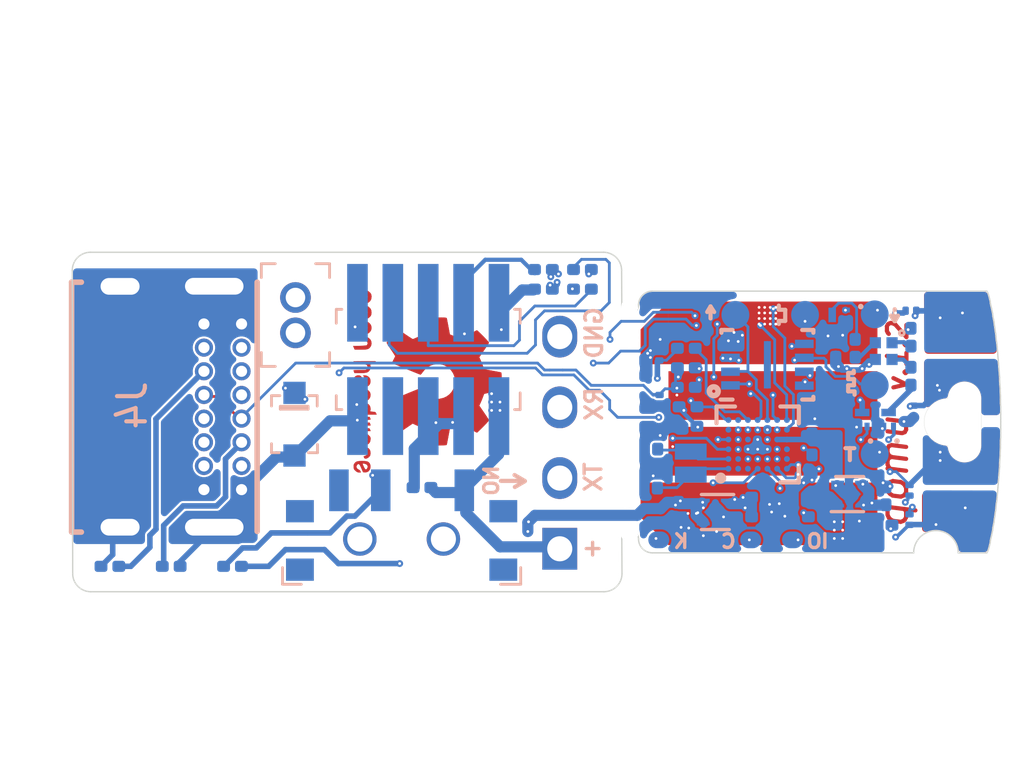
<source format=kicad_pcb>
(kicad_pcb (version 20171130) (host pcbnew "(5.1.6)-1")
  (title_block (title "Tomu, I'm") (date $Id$) (company "Sean 'xobs' Cross <sean@xobs.io>") (comment 1 "License: CC-BY-SA 4.0 or TAPR") (comment 2 http://tomu.im) (comment 3 https://github.com/im-tomu/fomu-hardware))
  (layers (0 Top signal) (1 In1.Cu signal) (2 In2.Cu signal) (31 Bottom signal) (34 B.Paste user hide) (35 F.Paste user hide) (36 B.SilkS user) (37 F.SilkS user hide) (38 B.Mask user hide) (39 F.Mask user hide) (44 Edge.Cuts user))
  (net 0 "")
  (net 1 GND)
  (net 2 +3V3)
  (net 3 /PU_CTRL_USBP)
  (net 4 /TOUCH_4)
  (net 5 /TOUCH_1)
  (net 6 /TOUCH_2)
  (net 7 /TOUCH_3)
  (net 8 /LED_B)
  (net 9 /LED_G)
  (net 10 /LED_R)
  (net 11 /USB_P)
  (net 12 /USB_N)
  (net 13 /RST_N)
  (net 14 /SPI_MISO)
  (net 15 /SPI_MOSI)
  (net 16 /SPI_SCLK)
  (net 17 /R_USB_N)
  (net 18 /SPI_SS)
  (net 19 +VBUS)
  (net 20 /VCCIOB)
  (net 21 /R_USB_P)
  (net 22 /UART_RX)
  (net 23 /UART_TX)
  (net 24 /SWD_IO)
  (net 25 /SWD_CLK)
  (net 26 "Net-(J1-Pad8)")
  (net 27 "Net-(J1-Pad6)")
  (net 28 "Net-(Q1-Pad3)")
  (net 29 "Net-(Q2-Pad3)")
  (net 30 "Net-(Q3-Pad3)")
  (net 31 /LED_BK)
  (net 32 /LED_GK)
  (net 33 /LED_RK)
  (net 34 "Net-(J3-Pad2)")
  (net 35 "Net-(C13-Pad1)")
  (net 36 "Net-(C14-Pad1)")
  (net 37 "Net-(IC1-PadB6)")
  (net 38 "Net-(IC1-PadA5)")
  (net 39 /C1)
  (net 40 "Net-(J4-PadB5)")
  (net 41 "Net-(J4-PadA5)")
  (module qomu-board-footprints:TE_825437-4 (layer Top) (at 30.2 27.37 90)
    (fp_text reference J2 hide)
    (fp_text value 825437-4 hide)
    (pad 4 thru_hole oval (at 7.62 -0.254 90) (size 1.5 1.25) (drill 0.9) (layers *.Cu *.Mask) (net 1 GND))
    (pad 3 thru_hole oval (at 5.08 -0.254 90) (size 1.5 1.25) (drill 0.9) (layers *.Cu *.Mask) (net 22 /UART_RX))
    (pad 2 thru_hole oval (at 2.54 -0.254 90) (size 1.5 1.25) (drill 0.9) (layers *.Cu *.Mask) (net 23 /UART_TX))
    (pad 1 thru_hole rect (at 0 -0.254 90) (size 1.5 1.25) (drill 0.9) (layers *.Cu *.Mask) (net 2 +3V3))
  )
  (module qomu-board-footprints:GD25Q16CEIGR (layer Bottom) (at 37.398 20.761)
    (fp_text reference U4 hide)
    (fp_text value GD25Q16CEIGR hide)
    (pad 9 smd rect (at 0.05 -0.4) (size 0.15 0.9) (layers Bottom B.Paste B.Mask))
    (pad 9 smd rect (at 0.05 0.4) (size 0.15 0.9) (layers Bottom B.Paste B.Mask))
    (pad 9 smd rect (at -0.05 -0.4) (size 0.15 0.9) (layers Bottom B.Paste B.Mask))
    (pad 9 smd rect (at -0.05 0.4) (size 0.15 0.9) (layers Bottom B.Paste B.Mask))
    (pad 8 smd rect (at 1.325 0.75 270) (size 0.3 0.67) (layers Bottom B.Paste B.Mask) (net 2 +3V3))
    (pad 7 smd rect (at 1.325 0.25 270) (size 0.3 0.67) (layers Bottom B.Paste B.Mask) (net 2 +3V3))
    (pad 6 smd rect (at 1.325 -0.25 270) (size 0.3 0.67) (layers Bottom B.Paste B.Mask) (net 16 /SPI_SCLK))
    (pad 5 smd rect (at 1.325 -0.75 270) (size 0.3 0.67) (layers Bottom B.Paste B.Mask) (net 15 /SPI_MOSI))
    (pad 4 smd rect (at -1.325 -0.75 270) (size 0.3 0.67) (layers Bottom B.Paste B.Mask) (net 1 GND))
    (pad 3 smd rect (at -1.325 -0.25 270) (size 0.3 0.67) (layers Bottom B.Paste B.Mask) (net 2 +3V3))
    (pad 2 smd rect (at -1.325 0.25 270) (size 0.3 0.67) (layers Bottom B.Paste B.Mask) (net 14 /SPI_MISO))
    (pad 1 smd rect (at -1.325 0.74 270) (size 0.3 0.67) (layers Bottom B.Paste B.Mask) (net 18 /SPI_SS))
  )
  (module qomu-board-footprints:Testpoint_smd_0_75_0_6mm (layer Bottom) (at 33.5 26.9992)
    (fp_text reference TP8 hide)
    (fp_text value TP_SMD_0_75MM hide)
    (pad 1 smd oval (at 0 0.0508) (size 0.75 0.6) (layers Bottom B.Mask) (net 25 /SWD_CLK))
  )
  (module qomu-board-footprints:Testpoint_smd_0_75_0_6mm (layer Bottom) (at 38.3 26.9992)
    (fp_text reference TP2 hide)
    (fp_text value TP_SMD_0_75MM hide)
    (pad 1 smd oval (at 0 0.0508) (size 0.75 0.6) (layers Bottom B.Mask) (net 24 /SWD_IO))
  )
  (module qomu-board:42-WLCSP (layer Bottom) (at 37.05 23.62)
    (fp_text reference IC1 hide)
    (fp_text value EOS-S3 hide)
    (pad A1 smd circle (at -1.05 0.875) (size 0.211 0.211) (layers Bottom B.Paste B.Mask) (net 36 "Net-(C14-Pad1)"))
    (pad B1 smd circle (at -1.05 0.525) (size 0.211 0.211) (layers Bottom B.Paste B.Mask) (net 35 "Net-(C13-Pad1)"))
    (pad C1 smd circle (at -1.05 0.175) (size 0.211 0.211) (layers Bottom B.Paste B.Mask) (net 39 /C1))
    (pad D1 smd circle (at -1.05 -0.175) (size 0.211 0.211) (layers Bottom B.Paste B.Mask) (net 6 /TOUCH_2))
    (pad E1 smd circle (at -1.05 -0.525) (size 0.211 0.211) (layers Bottom B.Paste B.Mask))
    (pad F1 smd circle (at -1.05 -0.875) (size 0.211 0.211) (layers Bottom B.Paste B.Mask) (net 13 /RST_N))
    (pad A2 smd circle (at -0.7 0.875) (size 0.211 0.211) (layers Bottom B.Paste B.Mask))
    (pad B2 smd circle (at -0.7 0.525) (size 0.211 0.211) (layers Bottom B.Paste B.Mask))
    (pad C2 smd circle (at -0.7 0.175) (size 0.211 0.211) (layers Bottom B.Paste B.Mask) (net 2 +3V3))
    (pad D2 smd circle (at -0.7 -0.175) (size 0.211 0.211) (layers Bottom B.Paste B.Mask) (net 10 /LED_R))
    (pad E2 smd circle (at -0.7 -0.525) (size 0.211 0.211) (layers Bottom B.Paste B.Mask) (net 3 /PU_CTRL_USBP))
    (pad F2 smd circle (at -0.7 -0.875) (size 0.211 0.211) (layers Bottom B.Paste B.Mask))
    (pad A3 smd circle (at -0.35 0.875) (size 0.211 0.211) (layers Bottom B.Paste B.Mask))
    (pad B3 smd circle (at -0.35 0.525) (size 0.211 0.211) (layers Bottom B.Paste B.Mask) (net 2 +3V3))
    (pad C3 smd circle (at -0.35 0.175) (size 0.211 0.211) (layers Bottom B.Paste B.Mask) (net 1 GND))
    (pad D3 smd circle (at -0.35 -0.175) (size 0.211 0.211) (layers Bottom B.Paste B.Mask))
    (pad E3 smd circle (at -0.35 -0.525) (size 0.211 0.211) (layers Bottom B.Paste B.Mask) (net 4 /TOUCH_4))
    (pad F3 smd circle (at -0.35 -0.875) (size 0.211 0.211) (layers Bottom B.Paste B.Mask) (net 17 /R_USB_N))
    (pad A4 smd circle (at 0 0.875) (size 0.211 0.211) (layers Bottom B.Paste B.Mask) (net 25 /SWD_CLK))
    (pad B4 smd circle (at 0 0.525) (size 0.211 0.211) (layers Bottom B.Paste B.Mask) (net 24 /SWD_IO))
    (pad C4 smd circle (at 0 0.175) (size 0.211 0.211) (layers Bottom B.Paste B.Mask) (net 1 GND))
    (pad D4 smd circle (at 0 -0.175) (size 0.211 0.211) (layers Bottom B.Paste B.Mask) (net 1 GND))
    (pad E4 smd circle (at 0 -0.525) (size 0.211 0.211) (layers Bottom B.Paste B.Mask) (net 21 /R_USB_P))
    (pad F4 smd circle (at 0 -0.875) (size 0.211 0.211) (layers Bottom B.Paste B.Mask) (net 8 /LED_B))
    (pad A5 smd circle (at 0.35 0.875) (size 0.211 0.211) (layers Bottom B.Paste B.Mask) (net 38 "Net-(IC1-PadA5)"))
    (pad B5 smd circle (at 0.35 0.525) (size 0.211 0.211) (layers Bottom B.Paste B.Mask) (net 5 /TOUCH_1))
    (pad C5 smd circle (at 0.35 0.175) (size 0.211 0.211) (layers Bottom B.Paste B.Mask) (net 1 GND))
    (pad D5 smd circle (at 0.35 -0.175) (size 0.211 0.211) (layers Bottom B.Paste B.Mask) (net 16 /SPI_SCLK))
    (pad E5 smd circle (at 0.35 -0.525) (size 0.211 0.211) (layers Bottom B.Paste B.Mask) (net 1 GND))
    (pad F5 smd circle (at 0.35 -0.875) (size 0.211 0.211) (layers Bottom B.Paste B.Mask) (net 14 /SPI_MISO))
    (pad A6 smd circle (at 0.7 0.875) (size 0.211 0.211) (layers Bottom B.Paste B.Mask) (net 9 /LED_G))
    (pad B6 smd circle (at 0.7 0.525) (size 0.211 0.211) (layers Bottom B.Paste B.Mask) (net 37 "Net-(IC1-PadB6)"))
    (pad C6 smd circle (at 0.7 0.175) (size 0.211 0.211) (layers Bottom B.Paste B.Mask) (net 2 +3V3))
    (pad D6 smd circle (at 0.7 -0.175) (size 0.211 0.211) (layers Bottom B.Paste B.Mask) (net 20 /VCCIOB))
    (pad E6 smd circle (at 0.7 -0.525) (size 0.211 0.211) (layers Bottom B.Paste B.Mask) (net 15 /SPI_MOSI))
    (pad F6 smd circle (at 0.7 -0.875) (size 0.211 0.211) (layers Bottom B.Paste B.Mask) (net 18 /SPI_SS))
    (pad A7 smd circle (at 1.05 0.875) (size 0.211 0.211) (layers Bottom B.Paste B.Mask) (net 7 /TOUCH_3))
    (pad B7 smd circle (at 1.05 0.525) (size 0.211 0.211) (layers Bottom B.Paste B.Mask))
    (pad C7 smd circle (at 1.05 0.175) (size 0.211 0.211) (layers Bottom B.Paste B.Mask))
    (pad D7 smd circle (at 1.05 -0.175) (size 0.211 0.211) (layers Bottom B.Paste B.Mask) (net 20 /VCCIOB))
    (pad E7 smd circle (at 1.05 -0.525) (size 0.211 0.211) (layers Bottom B.Paste B.Mask) (net 23 /UART_TX))
    (pad F7 smd circle (at 1.05 -0.875) (size 0.211 0.211) (layers Bottom B.Paste B.Mask) (net 22 /UART_RX))
  )
  (module qomu-board-footprints:Testpoint_pad_1mm (layer Bottom) (at 36.25 18.97)
    (fp_text reference TP7 hide)
    (fp_text value TP_SMD_0_75MM)
    (pad 1 smd circle (at 0 0) (size 1 1) (layers Bottom B.Mask) (net 14 /SPI_MISO))
  )
  (module qomu-board-footprints:Testpoint_pad_1mm (layer Bottom) (at 41.25 21.5)
    (fp_text reference TP6 hide)
    (fp_text value TP_SMD_0_75MM)
    (pad 1 smd circle (at 0 0) (size 1 1) (layers Bottom B.Mask) (net 16 /SPI_SCLK))
  )
  (module qomu-board-footprints:Testpoint_pad_1mm (layer Bottom) (at 38.75 18.97)
    (fp_text reference TP5 hide)
    (fp_text value TP_SMD_0_75MM)
    (pad 1 smd circle (at 0 0) (size 1 1) (layers Bottom B.Mask) (net 18 /SPI_SS))
  )
  (module qomu-board-footprints:Testpoint_pad_1mm (layer Bottom) (at 41.25 18.95)
    (fp_text reference TP4 hide)
    (fp_text value TP_SMD_0_75MM)
    (pad 1 smd circle (at 0 0) (size 1 1) (layers Bottom B.Mask) (net 15 /SPI_MOSI))
  )
  (module qomu-board-footprints:Testpoint_pad_1mm (layer Bottom) (at 41.25 23.97)
    (fp_text reference TP1 hide)
    (fp_text value TP_SMD_0_75MM)
    (pad 1 smd circle (at 0 0) (size 1 1) (layers Bottom B.Mask) (net 13 /RST_N))
  )
  (module qomu-board-footprints:Castellated_Via (layer Top) (at 32.45 21.57)
    (fp_text reference REF** hide)
    (fp_text value Castellated_Via)
    (pad "" np_thru_hole circle (at 0 -1.778) (size 0.6 0.6) (drill 0.6) (layers *.Cu *.Mask))
  )
  (module qomu-board-footprints:Castellated_Via (layer Top) (at 32.45 20.47)
    (fp_text reference REF** hide)
    (fp_text value Castellated_Via)
    (pad "" np_thru_hole circle (at 0 -1.778) (size 0.6 0.6) (drill 0.6) (layers *.Cu *.Mask))
  )
  (module qomu-board-footprints:Castellated_Via (layer Top) (at 32.45 22.67)
    (fp_text reference REF** hide)
    (fp_text value Castellated_Via)
    (pad "" np_thru_hole circle (at 0 -1.778) (size 0.6 0.6) (drill 0.6) (layers *.Cu *.Mask))
  )
  (module qomu-board-footprints:Castellated_Via (layer Top) (at 32.45 25.07)
    (fp_text reference REF** hide)
    (fp_text value Castellated_Via)
    (pad "" np_thru_hole circle (at 0 -1.778) (size 0.6 0.6) (drill 0.6) (layers *.Cu *.Mask))
  )
  (module qomu-board-footprints:Castellated_Via (layer Top) (at 32.45 23.87)
    (fp_text reference REF** hide)
    (fp_text value Castellated_Via)
    (pad "" np_thru_hole circle (at 0 -1.778) (size 0.6 0.6) (drill 0.6) (layers *.Cu *.Mask))
  )
  (module qomu-board-footprints:Castellated_Via (layer Top) (at 32.45 26.17)
    (fp_text reference REF** hide)
    (fp_text value Castellated_Via)
    (pad "" np_thru_hole circle (at 0 -1.778) (size 0.6 0.6) (drill 0.6) (layers *.Cu *.Mask))
  )
  (module qomu-board-footprints:Castellated_Via (layer Top) (at 32.45 27.37)
    (fp_text reference REF** hide)
    (fp_text value Castellated_Via)
    (pad "" np_thru_hole circle (at 0 -1.778) (size 0.6 0.6) (drill 0.6) (layers *.Cu *.Mask))
  )
  (module qomu-board-footprints:Castellated_Via (layer Top) (at 32.45 28.62)
    (fp_text reference REF** hide)
    (fp_text value Castellated_Via)
    (pad "" np_thru_hole circle (at 0 -1.778) (size 0.6 0.6) (drill 0.6) (layers *.Cu *.Mask))
  )
  (module qomu-board-footprints:USB4085-GF-A (layer Bottom) (at 14.5 22.27 90)
    (fp_text reference J4 (at 0.05 0.1 90) (layer B.SilkS) (effects (justify mirror)))
    (fp_text value USB-C)
    (pad P4 thru_hole oval (at -4.325 -0.335 90) (size 0.9 1.7) (drill oval 0.6 1.4) (layers *.Cu *.Mask) (net 1 GND))
    (pad P3 thru_hole oval (at 4.325 -0.335 90) (size 0.9 1.7) (drill oval 0.6 1.4) (layers *.Cu *.Mask) (net 1 GND))
    (pad P1 thru_hole oval (at -4.325 3.045 90) (size 0.9 2.4) (drill oval 0.6 2.1) (layers *.Cu *.Mask) (net 1 GND))
    (pad P2 thru_hole oval (at 4.329 3.045 90) (size 0.9 2.4) (drill oval 0.6 2.1) (layers *.Cu *.Mask) (net 1 GND))
    (pad B8 thru_hole circle (at -1.275 2.675 90) (size 0.65 0.65) (drill 0.4) (layers *.Cu *.Mask))
    (pad B6 thru_hole circle (at 0.425 2.675 90) (size 0.65 0.65) (drill 0.4) (layers *.Cu *.Mask) (net 11 /USB_P))
    (pad B9 thru_hole circle (at -2.125 2.675 90) (size 0.65 0.65) (drill 0.4) (layers *.Cu *.Mask) (net 19 +VBUS))
    (pad B5 thru_hole circle (at 1.275 2.675 90) (size 0.65 0.65) (drill 0.4) (layers *.Cu *.Mask) (net 40 "Net-(J4-PadB5)"))
    (pad B7 thru_hole circle (at -0.425 2.675 90) (size 0.65 0.65) (drill 0.4) (layers *.Cu *.Mask) (net 12 /USB_N))
    (pad B1 thru_hole circle (at 2.975 2.675 90) (size 0.65 0.65) (drill 0.4) (layers *.Cu *.Mask) (net 1 GND))
    (pad B4 thru_hole circle (at 2.125 2.675 90) (size 0.65 0.65) (drill 0.4) (layers *.Cu *.Mask) (net 19 +VBUS))
    (pad B12 thru_hole circle (at -2.975 2.675 90) (size 0.65 0.65) (drill 0.4) (layers *.Cu *.Mask) (net 1 GND))
    (pad A8 thru_hole circle (at 1.275 4.025 90) (size 0.65 0.65) (drill 0.4) (layers *.Cu *.Mask))
    (pad A12 thru_hole circle (at 2.975 4.025 90) (size 0.65 0.65) (drill 0.4) (layers *.Cu *.Mask) (net 1 GND))
    (pad A9 thru_hole circle (at 2.125 4.025 90) (size 0.65 0.65) (drill 0.4) (layers *.Cu *.Mask) (net 19 +VBUS))
    (pad A6 thru_hole circle (at -0.425 4.025 90) (size 0.65 0.65) (drill 0.4) (layers *.Cu *.Mask) (net 11 /USB_P))
    (pad A7 thru_hole circle (at 0.425 4.025 90) (size 0.65 0.65) (drill 0.4) (layers *.Cu *.Mask) (net 12 /USB_N))
    (pad A5 thru_hole circle (at -1.275 4.025 90) (size 0.65 0.65) (drill 0.4) (layers *.Cu *.Mask) (net 41 "Net-(J4-PadA5)"))
    (pad A4 thru_hole circle (at -2.125 4.025 90) (size 0.65 0.65) (drill 0.4) (layers *.Cu *.Mask) (net 19 +VBUS))
    (pad A1 thru_hole circle (at -2.975 4.025 90) (size 0.65 0.65) (drill 0.4) (layers *.Cu *.Mask) (net 1 GND))
  )
  (module qomu-board-footprints:R_0201_0603Metric (layer Bottom) (at 16 28 180)
    (fp_text reference R4 hide)
    (fp_text value "5.1k, 1%, 0201")
    (pad 1 smd roundrect (at -0.32 0 180) (size 0.46 0.4) (layers Bottom B.Mask) (net 1 GND))
    (pad 2 smd roundrect (at 0.32 0 180) (size 0.46 0.4) (layers Bottom B.Mask) (net 41 "Net-(J4-PadA5)"))
  )
  (module qomu-board-footprints:R_0201_0603Metric (layer Bottom) (at 13.8 28)
    (fp_text reference R3 hide)
    (fp_text value "5.1k, 1%, 0201")
    (pad 1 smd roundrect (at -0.32 0) (size 0.46 0.4) (layers Bottom B.Mask) (net 1 GND))
    (pad 2 smd roundrect (at 0.32 0) (size 0.46 0.4) (layers Bottom B.Mask) (net 40 "Net-(J4-PadB5)"))
  )
  (module qomu-board-footprints:Ql_logo_mid_9mm (layer Top) (at 38.25 33.025 315)
    (fp_text reference N3 hide)
    (fp_text value ql_logo hide)
  )
  (module qomu-board-footprints:antmicro-logo_midlayer_4mm (layer Top) (at 22.2 32.825)
    (fp_text reference N2 hide)
    (fp_text value antmicro_logo hide)
  )
  (module qomu-board-footprints:Switch_Slide_MSS3 (layer Bottom) (at 24.27 27.02 180)
    (fp_text reference S1 hide)
    (fp_text value MSS3-V-T_R hide)
    (pad 3 smd rect (at 2.25 1.75 180) (size 0.7 1.5) (layers Bottom B.Paste B.Mask))
    (pad 1 smd rect (at -2.25 1.75 180) (size 0.7 1.5) (layers Bottom B.Paste B.Mask) (net 2 +3V3))
    (pad 2 smd rect (at 0.75 1.75 180) (size 0.7 1.5) (layers Bottom B.Paste B.Mask) (net 34 "Net-(J3-Pad2)"))
    (pad "" thru_hole circle (at -1.5 0 180) (size 1.2 1.2) (drill 0.9) (layers *.Cu *.Mask))
    (pad "" thru_hole circle (at 1.5 0 180) (size 1.2 1.2) (drill 0.9) (layers *.Cu *.Mask))
    (pad 0 smd rect (at -3.65 -1.1 180) (size 1 0.8) (layers Bottom B.Paste B.Mask))
    (pad 0 smd rect (at -3.65 1 180) (size 1 0.8) (layers Bottom B.Paste B.Mask))
    (pad 0 smd rect (at 3.65 1 180) (size 1 0.8) (layers Bottom B.Paste B.Mask))
    (pad 0 smd rect (at 3.65 -1.1 180) (size 1 0.8) (layers Bottom B.Paste B.Mask))
  )
  (module qomu-board-footprints:SOD-323-SD05 (layer Bottom) (at 20.425 22.895 270)
    (fp_text reference D8 hide)
    (fp_text value SD05C.TCT hide)
    (pad A smd rect (at 1.125 0 270) (size 0.8 0.8) (layers Bottom B.Paste B.Mask) (net 1 GND))
    (pad K smd rect (at -1.125 0 270) (size 0.8 0.8) (layers Bottom B.Paste B.Mask) (net 2 +3V3))
  )
  (module qomu-board-footprints:XTAL_ECS-.327-12.5-1210-TR (layer Bottom) (at 34.648 24.2925 270)
    (fp_text reference XTAL1 hide)
    (fp_text value ECS-_327-12_5-1210-TR hide)
    (pad 1 smd rect (at -0.4125 0 270) (size 0.575 1.14) (layers Bottom B.Paste B.Mask) (net 35 "Net-(C13-Pad1)"))
    (pad 2 smd rect (at 0.4125 0 270) (size 0.575 1.14) (layers Bottom B.Paste B.Mask) (net 36 "Net-(C14-Pad1)"))
  )
  (module qomu-board-footprints:OSHW-Logo2_7.3x6mm_Copper_Mask (layer Top) (at 25.1 21.36 270)
    (fp_text reference N1 hide)
    (fp_text value oshw_logo hide)
    (fp_poly (pts (xy -2.400256 1.919918) (xy -2.344799 1.947568) (xy -2.295852 1.99848) (xy -2.282371 2.017338) (xy -2.267686 2.042015) (xy -2.258158 2.068816) (xy -2.252707 2.104587) (xy -2.250253 2.156169) (xy -2.249714 2.224267) (xy -2.252148 2.317588) (xy -2.260606 2.387657) (xy -2.276826 2.439931) (xy -2.302546 2.479869) (xy -2.339503 2.512929) (xy -2.342218 2.514886) (xy -2.37864 2.534908) (xy -2.422498 2.544815) (xy -2.478276 2.547257) (xy -2.568952 2.547257) (xy -2.56899 2.635283) (xy -2.569834 2.684308) (xy -2.574976 2.713065) (xy -2.588413 2.730311) (xy -2.614142 2.744808) (xy -2.620321 2.747769) (xy -2.649236 2.761648) (xy -2.671624 2.770414) (xy -2.688271 2.771171) (xy -2.699964 2.761023) (xy -2.70749 2.737073) (xy -2.711634 2.696426) (xy -2.713185 2.636186) (xy -2.712929 2.553455) (xy -2.711651 2.445339) (xy -2.711252 2.413) (xy -2.709815 2.301524) (xy -2.708528 2.228603) (xy -2.569029 2.228603) (xy -2.568245 2.290499) (xy -2.56476 2.330997) (xy -2.556876 2.357708) (xy -2.542895 2.378244) (xy -2.533403 2.38826) (xy -2.494596 2.417567) (xy -2.460237 2.419952) (xy -2.424784 2.39575) (xy -2.423886 2.394857) (xy -2.409461 2.376153) (xy -2.400687 2.350732) (xy -2.396261 2.311584) (xy -2.394882 2.251697) (xy -2.394857 2.23843) (xy -2.398188 2.155901) (xy -2.409031 2.098691) (xy -2.42866 2.063766) (xy -2.45835 2.048094) (xy -2.475509 2.046514) (xy -2.516234 2.053926) (xy -2.544168 2.07833) (xy -2.560983 2.12298) (xy -2.56835 2.19113) (xy -2.569029 2.228603) (xy -2.708528 2.228603) (xy -2.708292 2.215245) (xy -2.706323 2.150333) (xy -2.70355 2.102958) (xy -2.699612 2.06929) (xy -2.694151 2.045498) (xy -2.686808 2.027753) (xy -2.677223 2.012224) (xy -2.673113 2.006381) (xy -2.618595 1.951185) (xy -2.549664 1.91989) (xy -2.469928 1.911165) (xy -2.400256 1.919918)) (layer Top) (width 0.01))
    (fp_poly (pts (xy -1.283907 1.92778) (xy -1.237328 1.954723) (xy -1.204943 1.981466) (xy -1.181258 2.009484) (xy -1.164941 2.043748) (xy -1.154661 2.089227) (xy -1.149086 2.150892) (xy -1.146884 2.233711) (xy -1.146629 2.293246) (xy -1.146629 2.512391) (xy -1.208314 2.540044) (xy -1.27 2.567697) (xy -1.277257 2.32767) (xy -1.280256 2.238028) (xy -1.283402 2.172962) (xy -1.287299 2.128026) (xy -1.292553 2.09877) (xy -1.299769 2.080748) (xy -1.30955 2.069511) (xy -1.312688 2.067079) (xy -1.360239 2.048083) (xy -1.408303 2.0556) (xy -1.436914 2.075543) (xy -1.448553 2.089675) (xy -1.456609 2.10822) (xy -1.461729 2.136334) (xy -1.464559 2.179173) (xy -1.465744 2.241895) (xy -1.465943 2.307261) (xy -1.465982 2.389268) (xy -1.467386 2.447316) (xy -1.472086 2.486465) (xy -1.482013 2.51178) (xy -1.499097 2.528323) (xy -1.525268 2.541156) (xy -1.560225 2.554491) (xy -1.598404 2.569007) (xy -1.593859 2.311389) (xy -1.592029 2.218519) (xy -1.589888 2.149889) (xy -1.586819 2.100711) (xy -1.582206 2.066198) (xy -1.575432 2.041562) (xy -1.565881 2.022016) (xy -1.554366 2.00477) (xy -1.49881 1.94968) (xy -1.43102 1.917822) (xy -1.357287 1.910191) (xy -1.283907 1.92778)) (layer Top) (width 0.01))
    (fp_poly (pts (xy -1.831697 1.931239) (xy -1.774473 1.969735) (xy -1.730251 2.025335) (xy -1.703833 2.096086) (xy -1.69849 2.148162) (xy -1.699097 2.169893) (xy -1.704178 2.186531) (xy -1.718145 2.201437) (xy -1.745411 2.217973) (xy -1.790388 2.239498) (xy -1.857489 2.269374) (xy -1.857829 2.269524) (xy -1.919593 2.297813) (xy -1.970241 2.322933) (xy -2.004596 2.342179) (xy -2.017482 2.352848) (xy -2.017486 2.352934) (xy -2.006128 2.376166) (xy -1.979569 2.401774) (xy -1.949077 2.420221) (xy -1.93363 2.423886) (xy -1.891485 2.411212) (xy -1.855192 2.379471) (xy -1.837483 2.344572) (xy -1.820448 2.318845) (xy -1.787078 2.289546) (xy -1.747851 2.264235) (xy -1.713244 2.250471) (xy -1.706007 2.249714) (xy -1.697861 2.26216) (xy -1.69737 2.293972) (xy -1.703357 2.336866) (xy -1.714643 2.382558) (xy -1.73005 2.422761) (xy -1.730829 2.424322) (xy -1.777196 2.489062) (xy -1.837289 2.533097) (xy -1.905535 2.554711) (xy -1.976362 2.552185) (xy -2.044196 2.523804) (xy -2.047212 2.521808) (xy -2.100573 2.473448) (xy -2.13566 2.410352) (xy -2.155078 2.327387) (xy -2.157684 2.304078) (xy -2.162299 2.194055) (xy -2.156767 2.142748) (xy -2.017486 2.142748) (xy -2.015676 2.174753) (xy -2.005778 2.184093) (xy -1.981102 2.177105) (xy -1.942205 2.160587) (xy -1.898725 2.139881) (xy -1.897644 2.139333) (xy -1.860791 2.119949) (xy -1.846 2.107013) (xy -1.849647 2.093451) (xy -1.865005 2.075632) (xy -1.904077 2.049845) (xy -1.946154 2.04795) (xy -1.983897 2.066717) (xy -2.009966 2.102915) (xy -2.017486 2.142748) (xy -2.156767 2.142748) (xy -2.152806 2.106027) (xy -2.12845 2.036212) (xy -2.094544 1.987302) (xy -2.033347 1.937878) (xy -1.965937 1.913359) (xy -1.89712 1.911797) (xy -1.831697 1.931239)) (layer Top) (width 0.01))
    (fp_poly (pts (xy 1.190117 2.065358) (xy 1.189933 2.173837) (xy 1.189219 2.257287) (xy 1.187675 2.319704) (xy 1.185001 2.365085) (xy 1.180894 2.397429) (xy 1.175055 2.420733) (xy 1.167182 2.438995) (xy 1.161221 2.449418) (xy 1.111855 2.505945) (xy 1.049264 2.541377) (xy 0.980013 2.55409) (xy 0.910668 2.542463) (xy 0.869375 2.521568) (xy 0.826025 2.485422) (xy 0.796481 2.441276) (xy 0.778655 2.383462) (xy 0.770463 2.306313) (xy 0.769302 2.249714) (xy 0.769458 2.245647) (xy 0.870857 2.245647) (xy 0.871476 2.31055) (xy 0.874314 2.353514) (xy 0.88084 2.381622) (xy 0.892523 2.401953) (xy 0.906483 2.417288) (xy 0.953365 2.44689) (xy 1.003701 2.449419) (xy 1.051276 2.424705) (xy 1.054979 2.421356) (xy 1.070783 2.403935) (xy 1.080693 2.383209) (xy 1.086058 2.352362) (xy 1.088228 2.304577) (xy 1.088571 2.251748) (xy 1.087827 2.185381) (xy 1.084748 2.141106) (xy 1.078061 2.112009) (xy 1.066496 2.091173) (xy 1.057013 2.080107) (xy 1.01296 2.052198) (xy 0.962224 2.048843) (xy 0.913796 2.070159) (xy 0.90445 2.078073) (xy 0.88854 2.095647) (xy 0.87861 2.116587) (xy 0.873278 2.147782) (xy 0.871163 2.196122) (xy 0.870857 2.245647) (xy 0.769458 2.245647) (xy 0.77281 2.158568) (xy 0.784726 2.090086) (xy 0.807135 2.0386) (xy 0.842124 1.998443) (xy 0.869375 1.977861) (xy 0.918907 1.955625) (xy 0.976316 1.945304) (xy 1.029682 1.948067) (xy 1.059543 1.959212) (xy 1.071261 1.962383) (xy 1.079037 1.950557) (xy 1.084465 1.918866) (xy 1.088571 1.870593) (xy 1.093067 1.816829) (xy 1.099313 1.784482) (xy 1.110676 1.765985) (xy 1.130528 1.75377) (xy 1.143 1.748362) (xy 1.190171 1.728601) (xy 1.190117 2.065358)) (layer Top) (width 0.01))
    (fp_poly (pts (xy 3.153595 1.966966) (xy 3.211021 2.004497) (xy 3.238719 2.038096) (xy 3.260662 2.099064) (xy 3.262405 2.147308) (xy 3.258457 2.211816) (xy 3.109686 2.276934) (xy 3.037349 2.310202) (xy 2.990084 2.336964) (xy 2.965507 2.360144) (xy 2.961237 2.382667) (xy 2.974889 2.407455) (xy 2.989943 2.423886) (xy 3.033746 2.450235) (xy 3.081389 2.452081) (xy 3.125145 2.431546) (xy 3.157289 2.390752) (xy 3.163038 2.376347) (xy 3.190576 2.331356) (xy 3.222258 2.312182) (xy 3.265714 2.295779) (xy 3.265714 2.357966) (xy 3.261872 2.400283) (xy 3.246823 2.435969) (xy 3.21528 2.476943) (xy 3.210592 2.482267) (xy 3.175506 2.51872) (xy 3.145347 2.538283) (xy 3.107615 2.547283) (xy 3.076335 2.55023) (xy 3.020385 2.550965) (xy 2.980555 2.54166) (xy 2.955708 2.527846) (xy 2.916656 2.497467) (xy 2.889625 2.464613) (xy 2.872517 2.423294) (xy 2.863238 2.367521) (xy 2.859693 2.291305) (xy 2.85941 2.252622) (xy 2.860372 2.206247) (xy 2.948007 2.206247) (xy 2.949023 2.231126) (xy 2.951556 2.2352) (xy 2.968274 2.229665) (xy 3.004249 2.215017) (xy 3.052331 2.19419) (xy 3.062386 2.189714) (xy 3.123152 2.158814) (xy 3.156632 2.131657) (xy 3.16399 2.10622) (xy 3.146391 2.080481) (xy 3.131856 2.069109) (xy 3.07941 2.046364) (xy 3.030322 2.050122) (xy 2.989227 2.077884) (xy 2.960758 2.127152) (xy 2.951631 2.166257) (xy 2.948007 2.206247) (xy 2.860372 2.206247) (xy 2.861285 2.162249) (xy 2.868196 2.095384) (xy 2.881884 2.046695) (xy 2.904096 2.010849) (xy 2.936574 1.982513) (xy 2.950733 1.973355) (xy 3.015053 1.949507) (xy 3.085473 1.948006) (xy 3.153595 1.966966)) (layer Top) (width 0.01))
    (fp_poly (pts (xy 0.10391 -2.757652) (xy 0.182454 -2.757222) (xy 0.239298 -2.756058) (xy 0.278105 -2.753793) (xy 0.302538 -2.75006) (xy 0.316262 -2.744494) (xy 0.32294 -2.736727) (xy 0.326236 -2.726395) (xy 0.326556 -2.725057) (xy 0.331562 -2.700921) (xy 0.340829 -2.653299) (xy 0.353392 -2.587259) (xy 0.368287 -2.507872) (xy 0.384551 -2.420204) (xy 0.385119 -2.417125) (xy 0.40141 -2.331211) (xy 0.416652 -2.255304) (xy 0.429861 -2.193955) (xy 0.440054 -2.151718) (xy 0.446248 -2.133145) (xy 0.446543 -2.132816) (xy 0.464788 -2.123747) (xy 0.502405 -2.108633) (xy 0.551271 -2.090738) (xy 0.551543 -2.090642) (xy 0.613093 -2.067507) (xy 0.685657 -2.038035) (xy 0.754057 -2.008403) (xy 0.757294 -2.006938) (xy 0.868702 -1.956374) (xy 1.115399 -2.12484) (xy 1.191077 -2.176197) (xy 1.259631 -2.222111) (xy 1.317088 -2.25997) (xy 1.359476 -2.287163) (xy 1.382825 -2.301079) (xy 1.385042 -2.302111) (xy 1.40201 -2.297516) (xy 1.433701 -2.275345) (xy 1.481352 -2.234553) (xy 1.546198 -2.174095) (xy 1.612397 -2.109773) (xy 1.676214 -2.046388) (xy 1.733329 -1.988549) (xy 1.780305 -1.939825) (xy 1.813703 -1.90379) (xy 1.830085 -1.884016) (xy 1.830694 -1.882998) (xy 1.832505 -1.869428) (xy 1.825683 -1.847267) (xy 1.80854 -1.813522) (xy 1.779393 -1.7652) (xy 1.736555 -1.699308) (xy 1.679448 -1.614483) (xy 1.628766 -1.539823) (xy 1.583461 -1.47286) (xy 1.54615 -1.417484) (xy 1.519452 -1.37758) (xy 1.505985 -1.357038) (xy 1.505137 -1.355644) (xy 1.506781 -1.335962) (xy 1.519245 -1.297707) (xy 1.540048 -1.248111) (xy 1.547462 -1.232272) (xy 1.579814 -1.16171) (xy 1.614328 -1.081647) (xy 1.642365 -1.012371) (xy 1.662568 -0.960955) (xy 1.678615 -0.921881) (xy 1.687888 -0.901459) (xy 1.689041 -0.899886) (xy 1.706096 -0.897279) (xy 1.746298 -0.890137) (xy 1.804302 -0.879477) (xy 1.874763 -0.866315) (xy 1.952335 -0.851667) (xy 2.031672 -0.836551) (xy 2.107431 -0.821982) (xy 2.174264 -0.808978) (xy 2.226828 -0.798555) (xy 2.259776 -0.79173) (xy 2.267857 -0.789801) (xy 2.276205 -0.785038) (xy 2.282506 -0.774282) (xy 2.287045 -0.753902) (xy 2.290104 -0.720266) (xy 2.291967 -0.669745) (xy 2.292918 -0.598708) (xy 2.29324 -0.503524) (xy 2.293257 -0.464508) (xy 2.293257 -0.147201) (xy 2.217057 -0.132161) (xy 2.174663 -0.124005) (xy 2.1114 -0.112101) (xy 2.034962 -0.097884) (xy 1.953043 -0.08279) (xy 1.9304 -0.078645) (xy 1.854806 -0.063947) (xy 1.788953 -0.049495) (xy 1.738366 -0.036625) (xy 1.708574 -0.026678) (xy 1.703612 -0.023713) (xy 1.691426 -0.002717) (xy 1.673953 0.037967) (xy 1.654577 0.090322) (xy 1.650734 0.1016) (xy 1.625339 0.171523) (xy 1.593817 0.250418) (xy 1.562969 0.321266) (xy 1.562817 0.321595) (xy 1.511447 0.432733) (xy 1.680399 0.681253) (xy 1.849352 0.929772) (xy 1.632429 1.147058) (xy 1.566819 1.211726) (xy 1.506979 1.268733) (xy 1.456267 1.315033) (xy 1.418046 1.347584) (xy 1.395675 1.363343) (xy 1.392466 1.364343) (xy 1.373626 1.356469) (xy 1.33518 1.334578) (xy 1.28133 1.301267) (xy 1.216276 1.259131) (xy 1.14594 1.211943) (xy 1.074555 1.16381) (xy 1.010908 1.121928) (xy 0.959041 1.088871) (xy 0.922995 1.067218) (xy 0.906867 1.059543) (xy 0.887189 1.066037) (xy 0.849875 1.08315) (xy 0.802621 1.107326) (xy 0.797612 1.110013) (xy 0.733977 1.141927) (xy 0.690341 1.157579) (xy 0.663202 1.157745) (xy 0.649057 1.143204) (xy 0.648975 1.143) (xy 0.641905 1.125779) (xy 0.625042 1.084899) (xy 0.599695 1.023525) (xy 0.567171 0.944819) (xy 0.528778 0.851947) (xy 0.485822 0.748072) (xy 0.444222 0.647502) (xy 0.398504 0.536516) (xy 0.356526 0.433703) (xy 0.319548 0.342215) (xy 0.288827 0.265201) (xy 0.265622 0.205815) (xy 0.25119 0.167209) (xy 0.246743 0.1528) (xy 0.257896 0.136272) (xy 0.287069 0.10993) (xy 0.325971 0.080887) (xy 0.436757 -0.010961) (xy 0.523351 -0.116241) (xy 0.584716 -0.232734) (xy 0.619815 -0.358224) (xy 0.627608 -0.490493) (xy 0.621943 -0.551543) (xy 0.591078 -0.678205) (xy 0.53792 -0.790059) (xy 0.465767 -0.885999) (xy 0.377917 -0.964924) (xy 0.277665 -1.02573) (xy 0.16831 -1.067313) (xy 0.053147 -1.088572) (xy -0.064525 -1.088401) (xy -0.18141 -1.065699) (xy -0.294211 -1.019362) (xy -0.399631 -0.948287) (xy -0.443632 -0.908089) (xy -0.528021 -0.804871) (xy -0.586778 -0.692075) (xy -0.620296 -0.57299) (xy -0.628965 -0.450905) (xy -0.613177 -0.329107) (xy -0.573322 -0.210884) (xy -0.509793 -0.099525) (xy -0.422979 0.001684) (xy -0.325971 0.080887) (xy -0.285563 0.111162) (xy -0.257018 0.137219) (xy -0.246743 0.152825) (xy -0.252123 0.169843) (xy -0.267425 0.2105) (xy -0.291388 0.271642) (xy -0.322756 0.350119) (xy -0.360268 0.44278) (xy -0.402667 0.546472) (xy -0.444337 0.647526) (xy -0.49031 0.758607) (xy -0.532893 0.861541) (xy -0.570779 0.953165) (xy -0.60266 1.030316) (xy -0.627229 1.089831) (xy -0.64318 1.128544) (xy -0.64909 1.143) (xy -0.663052 1.157685) (xy -0.69006 1.157642) (xy -0.733587 1.142099) (xy -0.79711 1.110284) (xy -0.797612 1.110013) (xy -0.84544 1.085323) (xy -0.884103 1.067338) (xy -0.905905 1.059614) (xy -0.906867 1.059543) (xy -0.923279 1.067378) (xy -0.959513 1.089165) (xy -1.011526 1.122328) (xy -1.075275 1.164291) (xy -1.14594 1.211943) (xy -1.217884 1.260191) (xy -1.282726 1.302151) (xy -1.336265 1.335227) (xy -1.374303 1.356821) (xy -1.392467 1.364343) (xy -1.409192 1.354457) (xy -1.44282 1.326826) (xy -1.48999 1.284495) (xy -1.547342 1.230505) (xy -1.611516 1.167899) (xy -1.632503 1.146983) (xy -1.849501 0.929623) (xy -1.684332 0.68722) (xy -1.634136 0.612781) (xy -1.590081 0.545972) (xy -1.554638 0.490665) (xy -1.530281 0.450729) (xy -1.519478 0.430036) (xy -1.519162 0.428563) (xy -1.524857 0.409058) (xy -1.540174 0.369822) (xy -1.562463 0.31743) (xy -1.578107 0.282355) (xy -1.607359 0.215201) (xy -1.634906 0.147358) (xy -1.656263 0.090034) (xy -1.662065 0.072572) (xy -1.678548 0.025938) (xy -1.69466 -0.010095) (xy -1.70351 -0.023713) (xy -1.72304 -0.032048) (xy -1.765666 -0.043863) (xy -1.825855 -0.057819) (xy -1.898078 -0.072578) (xy -1.9304 -0.078645) (xy -2.012478 -0.093727) (xy -2.091205 -0.108331) (xy -2.158891 -0.12102) (xy -2.20784 -0.130358) (xy -2.217057 -0.132161) (xy -2.293257 -0.147201) (xy -2.293257 -0.464508) (xy -2.293086 -0.568846) (xy -2.292384 -0.647787) (xy -2.290866 -0.704962) (xy -2.288251 -0.744001) (xy -2.284254 -0.768535) (xy -2.278591 -0.782195) (xy -2.27098 -0.788611) (xy -2.267857 -0.789801) (xy -2.249022 -0.79402) (xy -2.207412 -0.802438) (xy -2.14837 -0.814039) (xy -2.077243 -0.827805) (xy -1.999375 -0.84272) (xy -1.920113 -0.857768) (xy -1.844802 -0.871931) (xy -1.778787 -0.884194) (xy -1.727413 -0.893539) (xy -1.696025 -0.89895) (xy -1.689041 -0.899886) (xy -1.682715 -0.912404) (xy -1.66871 -0.945754) (xy -1.649645 -0.993623) (xy -1.642366 -1.012371) (xy -1.613004 -1.084805) (xy -1.578429 -1.16483) (xy -1.547463 -1.232272) (xy -1.524677 -1.283841) (xy -1.509518 -1.326215) (xy -1.504458 -1.352166) (xy -1.505264 -1.355644) (xy -1.515959 -1.372064) (xy -1.54038 -1.408583) (xy -1.575905 -1.461313) (xy -1.619913 -1.526365) (xy -1.669783 -1.599849) (xy -1.679644 -1.614355) (xy -1.737508 -1.700296) (xy -1.780044 -1.765739) (xy -1.808946 -1.813696) (xy -1.82591 -1.84718) (xy -1.832633 -1.869205) (xy -1.83081 -1.882783) (xy -1.830764 -1.882869) (xy -1.816414 -1.900703) (xy -1.784677 -1.935183) (xy -1.73899 -1.982732) (xy -1.682796 -2.039778) (xy -1.619532 -2.102745) (xy -1.612398 -2.109773) (xy -1.53267 -2.18698) (xy -1.471143 -2.24367) (xy -1.426579 -2.28089) (xy -1.397743 -2.299685) (xy -1.385042 -2.302111) (xy -1.366506 -2.291529) (xy -1.328039 -2.267084) (xy -1.273614 -2.231388) (xy -1.207202 -2.187053) (xy -1.132775 -2.136689) (xy -1.115399 -2.12484) (xy -0.868703 -1.956374) (xy -0.757294 -2.006938) (xy -0.689543 -2.036405) (xy -0.616817 -2.066041) (xy -0.554297 -2.08967) (xy -0.551543 -2.090642) (xy -0.50264 -2.108543) (xy -0.464943 -2.12368) (xy -0.446575 -2.13279) (xy -0.446544 -2.132816) (xy -0.440715 -2.149283) (xy -0.430808 -2.189781) (xy -0.417805 -2.249758) (xy -0.402691 -2.32466) (xy -0.386448 -2.409936) (xy -0.385119 -2.417125) (xy -0.368825 -2.504986) (xy -0.353867 -2.58474) (xy -0.341209 -2.651319) (xy -0.331814 -2.699653) (xy -0.326646 -2.724675) (xy -0.326556 -2.725057) (xy -0.323411 -2.735701) (xy -0.317296 -2.743738) (xy -0.304547 -2.749533) (xy -0.2815 -2.753453) (xy -0.244491 -2.755865) (xy -0.189856 -2.757135) (xy -0.113933 -2.757629) (xy -0.013056 -2.757714) (xy 0 -2.757714) (xy 0.10391 -2.757652)) (layer Top) (width 0.01))
    (fp_poly (pts (xy 0.039744 1.950968) (xy 0.096616 1.972087) (xy 0.097267 1.972493) (xy 0.13244 1.99838) (xy 0.158407 2.028633) (xy 0.17667 2.068058) (xy 0.188732 2.121462) (xy 0.196096 2.193651) (xy 0.200264 2.289432) (xy 0.200629 2.303078) (xy 0.205876 2.508842) (xy 0.161716 2.531678) (xy 0.129763 2.54711) (xy 0.11047 2.554423) (xy 0.109578 2.554514) (xy 0.106239 2.541022) (xy 0.103587 2.504626) (xy 0.101956 2.451452) (xy 0.1016 2.408393) (xy 0.101592 2.338641) (xy 0.098403 2.294837) (xy 0.087288 2.273944) (xy 0.063501 2.272925) (xy 0.022296 2.288741) (xy -0.039914 2.317815) (xy -0.085659 2.341963) (xy -0.109187 2.362913) (xy -0.116104 2.385747) (xy -0.116114 2.386877) (xy -0.104701 2.426212) (xy -0.070908 2.447462) (xy -0.019191 2.450539) (xy 0.018061 2.450006) (xy 0.037703 2.460735) (xy 0.049952 2.486505) (xy 0.057002 2.519337) (xy 0.046842 2.537966) (xy 0.043017 2.540632) (xy 0.007001 2.55134) (xy -0.043434 2.552856) (xy -0.095374 2.545759) (xy -0.132178 2.532788) (xy -0.183062 2.489585) (xy -0.211986 2.429446) (xy -0.217714 2.382462) (xy -0.213343 2.340082) (xy -0.197525 2.305488) (xy -0.166203 2.274763) (xy -0.115322 2.24399) (xy -0.040824 2.209252) (xy -0.036286 2.207288) (xy 0.030821 2.176287) (xy 0.072232 2.150862) (xy 0.089981 2.128014) (xy 0.086107 2.104745) (xy 0.062643 2.078056) (xy 0.055627 2.071914) (xy 0.00863 2.0481) (xy -0.040067 2.049103) (xy -0.082478 2.072451) (xy -0.110616 2.115675) (xy -0.113231 2.12416) (xy -0.138692 2.165308) (xy -0.170999 2.185128) (xy -0.217714 2.20477) (xy -0.217714 2.15395) (xy -0.203504 2.080082) (xy -0.161325 2.012327) (xy -0.139376 1.989661) (xy -0.089483 1.960569) (xy -0.026033 1.9474) (xy 0.039744 1.950968)) (layer Top) (width 0.01))
    (fp_poly (pts (xy -2.958885 1.921962) (xy -2.890855 1.957733) (xy -2.840649 2.015301) (xy -2.822815 2.052312) (xy -2.808937 2.107882) (xy -2.801833 2.178096) (xy -2.80116 2.254727) (xy -2.806573 2.329552) (xy -2.81773 2.394342) (xy -2.834286 2.440873) (xy -2.839374 2.448887) (xy -2.899645 2.508707) (xy -2.971231 2.544535) (xy -3.048908 2.55502) (xy -3.127452 2.53881) (xy -3.149311 2.529092) (xy -3.191878 2.499143) (xy -3.229237 2.459433) (xy -3.232768 2.454397) (xy -3.247119 2.430124) (xy -3.256606 2.404178) (xy -3.26221 2.370022) (xy -3.264914 2.321119) (xy -3.265701 2.250935) (xy -3.265714 2.2352) (xy -3.265678 2.230192) (xy -3.120571 2.230192) (xy -3.119727 2.29643) (xy -3.116404 2.340386) (xy -3.109417 2.368779) (xy -3.097584 2.388325) (xy -3.091543 2.394857) (xy -3.056814 2.41968) (xy -3.023097 2.418548) (xy -2.989005 2.397016) (xy -2.968671 2.374029) (xy -2.956629 2.340478) (xy -2.949866 2.287569) (xy -2.949402 2.281399) (xy -2.948248 2.185513) (xy -2.960312 2.114299) (xy -2.98543 2.068194) (xy -3.02344 2.047635) (xy -3.037008 2.046514) (xy -3.072636 2.052152) (xy -3.097006 2.071686) (xy -3.111907 2.109042) (xy -3.119125 2.16815) (xy -3.120571 2.230192) (xy -3.265678 2.230192) (xy -3.265174 2.160413) (xy -3.262904 2.108159) (xy -3.257932 2.071949) (xy -3.249287 2.045299) (xy -3.235995 2.021722) (xy -3.233057 2.017338) (xy -3.183687 1.958249) (xy -3.129891 1.923947) (xy -3.064398 1.910331) (xy -3.042158 1.909665) (xy -2.958885 1.921962)) (layer Top) (width 0.01))
    (fp_poly (pts (xy 0.529926 1.949755) (xy 0.595858 1.974084) (xy 0.649273 2.017117) (xy 0.670164 2.047409) (xy 0.692939 2.102994) (xy 0.692466 2.143186) (xy 0.668562 2.170217) (xy 0.659717 2.174813) (xy 0.62153 2.189144) (xy 0.602028 2.185472) (xy 0.595422 2.161407) (xy 0.595086 2.148114) (xy 0.582992 2.09921) (xy 0.551471 2.064999) (xy 0.507659 2.048476) (xy 0.458695 2.052634) (xy 0.418894 2.074227) (xy 0.40545 2.086544) (xy 0.395921 2.101487) (xy 0.389485 2.124075) (xy 0.385317 2.159328) (xy 0.382597 2.212266) (xy 0.380502 2.287907) (xy 0.37996 2.311857) (xy 0.377981 2.39379) (xy 0.375731 2.451455) (xy 0.372357 2.489608) (xy 0.367006 2.513004) (xy 0.358824 2.526398) (xy 0.346959 2.534545) (xy 0.339362 2.538144) (xy 0.307102 2.550452) (xy 0.288111 2.554514) (xy 0.281836 2.540948) (xy 0.278006 2.499934) (xy 0.2766 2.430999) (xy 0.277598 2.333669) (xy 0.277908 2.318657) (xy 0.280101 2.229859) (xy 0.282693 2.165019) (xy 0.286382 2.119067) (xy 0.291864 2.086935) (xy 0.299835 2.063553) (xy 0.310993 2.043852) (xy 0.31683 2.03541) (xy 0.350296 1.998057) (xy 0.387727 1.969003) (xy 0.392309 1.966467) (xy 0.459426 1.946443) (xy 0.529926 1.949755)) (layer Top) (width 0.01))
    (fp_poly (pts (xy 2.144876 1.956335) (xy 2.186667 1.975344) (xy 2.219469 1.998378) (xy 2.243503 2.024133) (xy 2.260097 2.057358) (xy 2.270577 2.1028) (xy 2.276271 2.165207) (xy 2.278507 2.249327) (xy 2.278743 2.304721) (xy 2.278743 2.520826) (xy 2.241774 2.53767) (xy 2.212656 2.549981) (xy 2.198231 2.554514) (xy 2.195472 2.541025) (xy 2.193282 2.504653) (xy 2.191942 2.451542) (xy 2.191657 2.409372) (xy 2.190434 2.348447) (xy 2.187136 2.300115) (xy 2.182321 2.270518) (xy 2.178496 2.264229) (xy 2.152783 2.270652) (xy 2.112418 2.287125) (xy 2.065679 2.309458) (xy 2.020845 2.333457) (xy 1.986193 2.35493) (xy 1.970002 2.369685) (xy 1.969938 2.369845) (xy 1.97133 2.397152) (xy 1.983818 2.423219) (xy 2.005743 2.444392) (xy 2.037743 2.451474) (xy 2.065092 2.450649) (xy 2.103826 2.450042) (xy 2.124158 2.459116) (xy 2.136369 2.483092) (xy 2.137909 2.487613) (xy 2.143203 2.521806) (xy 2.129047 2.542568) (xy 2.092148 2.552462) (xy 2.052289 2.554292) (xy 1.980562 2.540727) (xy 1.943432 2.521355) (xy 1.897576 2.475845) (xy 1.873256 2.419983) (xy 1.871073 2.360957) (xy 1.891629 2.305953) (xy 1.922549 2.271486) (xy 1.95342 2.252189) (xy 2.001942 2.227759) (xy 2.058485 2.202985) (xy 2.06791 2.199199) (xy 2.130019 2.171791) (xy 2.165822 2.147634) (xy 2.177337 2.123619) (xy 2.16658 2.096635) (xy 2.148114 2.075543) (xy 2.104469 2.049572) (xy 2.056446 2.047624) (xy 2.012406 2.067637) (xy 1.980709 2.107551) (xy 1.976549 2.117848) (xy 1.952327 2.155724) (xy 1.916965 2.183842) (xy 1.872343 2.206917) (xy 1.872343 2.141485) (xy 1.874969 2.101506) (xy 1.88623 2.069997) (xy 1.911199 2.036378) (xy 1.935169 2.010484) (xy 1.972441 1.973817) (xy 2.001401 1.954121) (xy 2.032505 1.94622) (xy 2.067713 1.944914) (xy 2.144876 1.956335)) (layer Top) (width 0.01))
    (fp_poly (pts (xy 1.779833 1.958663) (xy 1.782048 1.99685) (xy 1.783784 2.054886) (xy 1.784899 2.12818) (xy 1.785257 2.205055) (xy 1.785257 2.465196) (xy 1.739326 2.511127) (xy 1.707675 2.539429) (xy 1.67989 2.550893) (xy 1.641915 2.550168) (xy 1.62684 2.548321) (xy 1.579726 2.542948) (xy 1.540756 2.539869) (xy 1.531257 2.539585) (xy 1.499233 2.541445) (xy 1.453432 2.546114) (xy 1.435674 2.548321) (xy 1.392057 2.551735) (xy 1.362745 2.54432) (xy 1.33368 2.521427) (xy 1.323188 2.511127) (xy 1.277257 2.465196) (xy 1.277257 1.978602) (xy 1.314226 1.961758) (xy 1.346059 1.949282) (xy 1.364683 1.944914) (xy 1.369458 1.958718) (xy 1.373921 1.997286) (xy 1.377775 2.056356) (xy 1.380722 2.131663) (xy 1.382143 2.195286) (xy 1.386114 2.445657) (xy 1.420759 2.450556) (xy 1.452268 2.447131) (xy 1.467708 2.436041) (xy 1.472023 2.415308) (xy 1.475708 2.371145) (xy 1.478469 2.309146) (xy 1.480012 2.234909) (xy 1.480235 2.196706) (xy 1.480457 1.976783) (xy 1.526166 1.960849) (xy 1.558518 1.950015) (xy 1.576115 1.944962) (xy 1.576623 1.944914) (xy 1.578388 1.958648) (xy 1.580329 1.99673) (xy 1.582282 2.054482) (xy 1.584084 2.127227) (xy 1.585343 2.195286) (xy 1.589314 2.445657) (xy 1.6764 2.445657) (xy 1.680396 2.21724) (xy 1.684392 1.988822) (xy 1.726847 1.966868) (xy 1.758192 1.951793) (xy 1.776744 1.944951) (xy 1.777279 1.944914) (xy 1.779833 1.958663)) (layer Top) (width 0.01))
    (fp_poly (pts (xy -0.624114 1.851289) (xy -0.619861 1.910613) (xy -0.614975 1.945572) (xy -0.608205 1.96082) (xy -0.598298 1.961015) (xy -0.595086 1.959195) (xy -0.552356 1.946015) (xy -0.496773 1.946785) (xy -0.440263 1.960333) (xy -0.404918 1.977861) (xy -0.368679 2.005861) (xy -0.342187 2.037549) (xy -0.324001 2.077813) (xy -0.312678 2.131543) (xy -0.306778 2.203626) (xy -0.304857 2.298951) (xy -0.304823 2.317237) (xy -0.3048 2.522646) (xy -0.350509 2.53858) (xy -0.382973 2.54942) (xy -0.400785 2.554468) (xy -0.401309 2.554514) (xy -0.403063 2.540828) (xy -0.404556 2.503076) (xy -0.405674 2.446224) (xy -0.406303 2.375234) (xy -0.4064 2.332073) (xy -0.406602 2.246973) (xy -0.407642 2.185981) (xy -0.410169 2.144177) (xy -0.414836 2.116642) (xy -0.422293 2.098456) (xy -0.433189 2.084698) (xy -0.439993 2.078073) (xy -0.486728 2.051375) (xy -0.537728 2.049375) (xy -0.583999 2.071955) (xy -0.592556 2.080107) (xy -0.605107 2.095436) (xy -0.613812 2.113618) (xy -0.619369 2.139909) (xy -0.622474 2.179562) (xy -0.623824 2.237832) (xy -0.624114 2.318173) (xy -0.624114 2.522646) (xy -0.669823 2.53858) (xy -0.702287 2.54942) (xy -0.720099 2.554468) (xy -0.720623 2.554514) (xy -0.721963 2.540623) (xy -0.723172 2.501439) (xy -0.724199 2.4407) (xy -0.724998 2.362141) (xy -0.725519 2.269498) (xy -0.725714 2.166509) (xy -0.725714 1.769342) (xy -0.678543 1.749444) (xy -0.631371 1.729547) (xy -0.624114 1.851289)) (layer Top) (width 0.01))
    (fp_poly (pts (xy 2.6526 1.958752) (xy 2.669948 1.966334) (xy 2.711356 1.999128) (xy 2.746765 2.046547) (xy 2.768664 2.097151) (xy 2.772229 2.122098) (xy 2.760279 2.156927) (xy 2.734067 2.175357) (xy 2.705964 2.186516) (xy 2.693095 2.188572) (xy 2.686829 2.173649) (xy 2.674456 2.141175) (xy 2.669028 2.126502) (xy 2.63859 2.075744) (xy 2.59452 2.050427) (xy 2.53801 2.051206) (xy 2.533825 2.052203) (xy 2.503655 2.066507) (xy 2.481476 2.094393) (xy 2.466327 2.139287) (xy 2.45725 2.204615) (xy 2.453286 2.293804) (xy 2.452914 2.341261) (xy 2.45273 2.416071) (xy 2.451522 2.467069) (xy 2.448309 2.499471) (xy 2.442109 2.518495) (xy 2.43194 2.529356) (xy 2.416819 2.537272) (xy 2.415946 2.53767) (xy 2.386828 2.549981) (xy 2.372403 2.554514) (xy 2.370186 2.540809) (xy 2.368289 2.502925) (xy 2.366847 2.445715) (xy 2.365998 2.374027) (xy 2.365829 2.321565) (xy 2.366692 2.220047) (xy 2.37007 2.143032) (xy 2.377142 2.086023) (xy 2.389088 2.044526) (xy 2.40709 2.014043) (xy 2.432327 1.99008) (xy 2.457247 1.973355) (xy 2.517171 1.951097) (xy 2.586911 1.946076) (xy 2.6526 1.958752)) (layer Top) (width 0.01))
  )
  (module qomu-board-footprints:R_0201_0603Metric (layer Bottom) (at 30.76 17.34 180)
    (fp_text reference R10 hide)
    (fp_text value "DNP, 0R, 0201" hide)
    (pad 1 smd roundrect (at -0.32 0 180) (size 0.46 0.4) (layers Bottom B.Mask) (net 22 /UART_RX))
    (pad 2 smd roundrect (at 0.32 0 180) (size 0.46 0.4) (layers Bottom B.Mask) (net 26 "Net-(J1-Pad8)"))
  )
  (module qomu-board-footprints:R_0201_0603Metric (layer Bottom) (at 30.76 18.045)
    (fp_text reference R7 hide)
    (fp_text value "DNP, 0R, 0201" hide)
    (pad 1 smd roundrect (at -0.32 0) (size 0.46 0.4) (layers Bottom B.Mask) (net 23 /UART_TX))
    (pad 2 smd roundrect (at 0.32 0) (size 0.46 0.4) (layers Bottom B.Mask) (net 27 "Net-(J1-Pad6)"))
  )
  (module qomu-board-footprints:VML0806 (layer Bottom) (at 40.8 22.8 90)
    (fp_text reference Q2 hide)
    (fp_text value RV1C002UN hide)
    (pad 1 smd rect (at -0.175 0.175 90) (size 0.27 0.18) (layers Bottom B.Paste B.Mask) (net 9 /LED_G))
    (pad 2 smd rect (at -0.175 -0.175 90) (size 0.27 0.18) (layers Bottom B.Paste B.Mask) (net 1 GND))
    (pad 3 smd rect (at 0.325 0 90) (size 0.27 0.52) (layers Bottom B.Paste B.Mask) (net 29 "Net-(Q2-Pad3)"))
  )
  (module qomu-board-footprints:PinHeader_2x5_P1.27_SMD (layer Bottom) (at 25.225 20.57 180)
    (fp_text reference J1 hide)
    (fp_text value FTSH-105-01-L-DV-K hide)
    (pad 10 smd rect (at 2.54 2.035 180) (size 0.74 2.79) (layers Bottom B.Paste B.Mask) (net 13 /RST_N))
    (pad 9 smd rect (at 2.54 -2.035 180) (size 0.74 2.79) (layers Bottom B.Paste B.Mask) (net 1 GND))
    (pad 8 smd rect (at 1.27 2.035 180) (size 0.74 2.79) (layers Bottom B.Paste B.Mask) (net 26 "Net-(J1-Pad8)"))
    (pad 7 smd rect (at 1.27 -2.035 180) (size 0.74 2.79) (layers Bottom B.Paste B.Mask))
    (pad 6 smd rect (at 0 2.035 180) (size 0.74 2.79) (layers Bottom B.Paste B.Mask) (net 27 "Net-(J1-Pad6)"))
    (pad 5 smd rect (at 0 -2.035 180) (size 0.74 2.79) (layers Bottom B.Paste B.Mask) (net 1 GND))
    (pad 4 smd rect (at -1.27 2.035 180) (size 0.74 2.79) (layers Bottom B.Paste B.Mask) (net 25 /SWD_CLK))
    (pad 3 smd rect (at -1.27 -2.035 180) (size 0.74 2.79) (layers Bottom B.Paste B.Mask) (net 1 GND))
    (pad 2 smd rect (at -2.54 2.035 180) (size 0.74 2.79) (layers Bottom B.Paste B.Mask) (net 24 /SWD_IO))
    (pad 1 smd rect (at -2.54 -2.035 180) (size 0.74 2.79) (layers Bottom B.Paste B.Mask) (net 2 +3V3))
  )
  (module qomu-board-footprints:PinHeader_1x2_P1.27mm_Drill.7mm_with_622002115121_plug (layer Bottom) (at 20.46 18.345 270)
    (fp_text reference J3 hide)
    (fp_text value MC-HVT1-S02-G hide)
    (pad 1 thru_hole circle (at 0 0 270) (size 1.1 1.1) (drill 0.7) (layers *.Cu *.Mask) (net 2 +3V3))
    (pad 2 thru_hole circle (at 1.27 0 270) (size 1.1 1.1) (drill 0.7) (layers *.Cu *.Mask) (net 34 "Net-(J3-Pad2)"))
  )
  (module qomu-board-footprints:Testpoint_smd_0_75_0_6mm (layer Bottom) (at 36.8 27)
    (fp_text reference TP3 hide)
    (fp_text value TP_SMD_0_75MM hide)
    (pad 1 smd oval (at 0 0.0508) (size 0.75 0.6) (layers Bottom B.Mask) (net 39 /C1))
  )
  (module qomu-board-footprints:C_0201_0603Metric (layer Bottom) (at 38.55 25.52 180)
    (fp_text reference C7 hide)
    (fp_text value "2u2, 10V, X5R, 0201" hide)
    (pad 1 smd roundrect (at -0.32 0 180) (size 0.46 0.4) (layers Bottom B.Mask) (net 20 /VCCIOB))
    (pad 2 smd roundrect (at 0.32 0 180) (size 0.46 0.4) (layers Bottom B.Mask) (net 1 GND))
  )
  (module qomu-board-footprints:R_0201_0603Metric (layer Bottom) (at 34.55 22.27 180)
    (fp_text reference R1 hide)
    (fp_text value "10k, 1%, 0201" hide)
    (pad 1 smd roundrect (at -0.32 0 180) (size 0.46 0.4) (layers Bottom B.Mask) (net 13 /RST_N))
    (pad 2 smd roundrect (at 0.32 0 180) (size 0.46 0.4) (layers Bottom B.Mask) (net 2 +3V3))
  )
  (module qomu-board-footprints:C_0201_0603Metric (layer Bottom) (at 33.45 24.87 90)
    (fp_text reference C14 hide)
    (fp_text value "8p, 25V, NP0, 0201" hide)
    (pad 1 smd roundrect (at -0.32 0 90) (size 0.46 0.4) (layers Bottom B.Mask) (net 36 "Net-(C14-Pad1)"))
    (pad 2 smd roundrect (at 0.32 0 90) (size 0.46 0.4) (layers Bottom B.Mask) (net 1 GND))
  )
  (module qomu-board-footprints:C_0201_0603Metric (layer Bottom) (at 33.46 23.47 90)
    (fp_text reference C13 hide)
    (fp_text value "8p, 25V, NP0, 0201" hide)
    (pad 1 smd roundrect (at -0.32 0 90) (size 0.46 0.4) (layers Bottom B.Mask) (net 35 "Net-(C13-Pad1)"))
    (pad 2 smd roundrect (at 0.32 0 90) (size 0.46 0.4) (layers Bottom B.Mask) (net 1 GND))
  )
  (module qomu-board-footprints:VML0806 (layer Bottom) (at 40.05 18.97 180)
    (fp_text reference Q3 hide)
    (fp_text value RV1C002UN hide)
    (pad 1 smd rect (at -0.175 0.175 180) (size 0.27 0.18) (layers Bottom B.Paste B.Mask) (net 8 /LED_B))
    (pad 2 smd rect (at -0.175 -0.175 180) (size 0.27 0.18) (layers Bottom B.Paste B.Mask) (net 1 GND))
    (pad 3 smd rect (at 0.325 0 180) (size 0.27 0.52) (layers Bottom B.Paste B.Mask) (net 30 "Net-(Q3-Pad3)"))
  )
  (module qomu-board-footprints:VML0806 (layer Bottom) (at 41.75 22.8 90)
    (fp_text reference Q1 hide)
    (fp_text value RV1C002UN hide)
    (pad 1 smd rect (at -0.175 0.175 90) (size 0.27 0.18) (layers Bottom B.Paste B.Mask) (net 10 /LED_R))
    (pad 2 smd rect (at -0.175 -0.175 90) (size 0.27 0.18) (layers Bottom B.Paste B.Mask) (net 1 GND))
    (pad 3 smd rect (at 0.325 0 90) (size 0.27 0.52) (layers Bottom B.Paste B.Mask) (net 28 "Net-(Q1-Pad3)"))
  )
  (module qomu-board-footprints:LED-RGB-5DS-UHD1110-FKA (layer Bottom) (at 41.573 20.27 180)
    (fp_text reference U10 hide)
    (fp_text value UHD1110-FKA hide)
    (pad 2 smd rect (at -0.3 0.3 180) (size 0.4 0.4) (layers Bottom B.Paste B.Mask) (net 32 /LED_GK))
    (pad 1 smd rect (at 0.3 0.3 180) (size 0.4 0.4) (layers Bottom B.Paste B.Mask) (net 31 /LED_BK))
    (pad 3 smd rect (at -0.3 -0.3 180) (size 0.4 0.4) (layers Bottom B.Paste B.Mask) (net 33 /LED_RK))
    (pad 4 smd rect (at 0.3 -0.3 180) (size 0.4 0.4) (layers Bottom B.Paste B.Mask) (net 2 +3V3))
  )
  (module qomu-board-footprints:Texas_X2SON-4_1x1mm_P0.65mm (layer Bottom) (at 35.53 26.05 180)
    (fp_text reference U2 hide)
    (fp_text value MIC5504-3.3YMT hide)
    (pad 5 smd rect (at 0 0 135) (size 0.58 0.58) (layers Bottom B.Paste B.Mask) (net 1 GND))
    (pad 2 smd custom (at -0.43 -0.325 180) (size 0.148492 0.148492) (layers Bottom) (net 1 GND) (options (clearance outline) (anchor circle)) (primitives (gr_poly (pts (xy 0.23 -0.054289) (xy 0.23 -0.155) (xy -0.23 -0.155) (xy -0.23 0.155) (xy 0.020711 0.155)) (width 0))))
    (pad 3 smd custom (at 0.43 -0.325 180) (size 0.148492 0.148492) (layers Bottom) (net 19 +VBUS) (options (clearance outline) (anchor circle)) (primitives (gr_poly (pts (xy 0.23 -0.155) (xy 0.23 0.155) (xy -0.020711 0.155) (xy -0.23 -0.054289) (xy -0.23 -0.155)) (width 0))))
    (pad 4 smd custom (at 0.43 0.325 180) (size 0.148492 0.148492) (layers Bottom) (net 19 +VBUS) (options (clearance outline) (anchor circle)) (primitives (gr_poly (pts (xy -0.23 0.155) (xy 0.23 0.155) (xy 0.23 -0.155) (xy -0.020711 -0.155) (xy -0.23 0.054289)) (width 0))))
    (pad 1 smd custom (at -0.43 0.325 180) (size 0.148492 0.148492) (layers Bottom) (net 2 +3V3) (options (clearance outline) (anchor circle)) (primitives (gr_poly (pts (xy 0.23 0.155) (xy -0.23 0.155) (xy -0.23 -0.155) (xy 0.020711 -0.155) (xy 0.23 0.054289)) (width 0))))
  )
  (module qomu-board-footprints:Texas_X2SON-4_1x1mm_P0.65mm (layer Bottom) (at 40.35 25.406)
    (fp_text reference U1 hide)
    (fp_text value MIC5504-3.3YMT hide)
    (pad 5 smd rect (at 0 0 315) (size 0.58 0.58) (layers Bottom B.Paste B.Mask) (net 1 GND))
    (pad 2 smd custom (at -0.43 -0.325) (size 0.148492 0.148492) (layers Bottom) (net 1 GND) (options (clearance outline) (anchor circle)) (primitives (gr_poly (pts (xy 0.23 -0.054289) (xy 0.23 -0.155) (xy -0.23 -0.155) (xy -0.23 0.155) (xy 0.020711 0.155)) (width 0))))
    (pad 3 smd custom (at 0.43 -0.325) (size 0.148492 0.148492) (layers Bottom) (net 19 +VBUS) (options (clearance outline) (anchor circle)) (primitives (gr_poly (pts (xy 0.23 -0.155) (xy 0.23 0.155) (xy -0.020711 0.155) (xy -0.23 -0.054289) (xy -0.23 -0.155)) (width 0))))
    (pad 4 smd custom (at 0.43 0.325) (size 0.148492 0.148492) (layers Bottom) (net 19 +VBUS) (options (clearance outline) (anchor circle)) (primitives (gr_poly (pts (xy -0.23 0.155) (xy 0.23 0.155) (xy 0.23 -0.155) (xy -0.020711 -0.155) (xy -0.23 0.054289)) (width 0))))
    (pad 1 smd custom (at -0.43 0.325) (size 0.148492 0.148492) (layers Bottom) (net 20 /VCCIOB) (options (clearance outline) (anchor circle)) (primitives (gr_poly (pts (xy 0.23 0.155) (xy -0.23 0.155) (xy -0.23 -0.155) (xy 0.020711 -0.155) (xy 0.23 0.054289)) (width 0))))
  )
  (module qomu-board-footprints:R_0201_0603Metric (layer Bottom) (at 42.55 21.17 90)
    (fp_text reference R18 hide)
    (fp_text value "220R, 1%, 0201" hide)
    (pad 1 smd roundrect (at -0.32 0 90) (size 0.46 0.4) (layers Bottom B.Mask) (net 28 "Net-(Q1-Pad3)"))
    (pad 2 smd roundrect (at 0.32 0 90) (size 0.46 0.4) (layers Bottom B.Mask) (net 33 /LED_RK))
  )
  (module qomu-board-footprints:R_0201_0603Metric (layer Bottom) (at 42.55 19.77 270)
    (fp_text reference R17 hide)
    (fp_text value "100R, 1%, 0201" hide)
    (pad 2 smd roundrect (at 0.32 0 270) (size 0.46 0.4) (layers Bottom B.Mask) (net 32 /LED_GK))
    (pad 1 smd roundrect (at -0.32 0 270) (size 0.46 0.4) (layers Bottom B.Mask) (net 29 "Net-(Q2-Pad3)"))
  )
  (module qomu-board-footprints:R_0201_0603Metric (layer Bottom) (at 40.55 20.17 270)
    (fp_text reference R16 hide)
    (fp_text value "100R, 1%, 0201" hide)
    (pad 1 smd roundrect (at -0.32 0 270) (size 0.46 0.4) (layers Bottom B.Mask) (net 30 "Net-(Q3-Pad3)"))
    (pad 2 smd roundrect (at 0.32 0 270) (size 0.46 0.4) (layers Bottom B.Mask) (net 31 /LED_BK))
  )
  (module qomu-board-footprints:R_0201_0603Metric (layer Bottom) (at 29.36 18.045)
    (fp_text reference R15 hide)
    (fp_text value "10k, 1%, 0201" hide)
    (pad 1 smd roundrect (at -0.32 0) (size 0.46 0.4) (layers Bottom B.Mask) (net 24 /SWD_IO))
    (pad 2 smd roundrect (at 0.32 0) (size 0.46 0.4) (layers Bottom B.Mask) (net 2 +3V3))
  )
  (module qomu-board-footprints:R_0201_0603Metric (layer Bottom) (at 29.36 17.34)
    (fp_text reference R13 hide)
    (fp_text value "10k, 1%, 0201" hide)
    (pad 1 smd roundrect (at -0.32 0) (size 0.46 0.4) (layers Bottom B.Mask) (net 25 /SWD_CLK))
    (pad 2 smd roundrect (at 0.32 0) (size 0.46 0.4) (layers Bottom B.Mask) (net 2 +3V3))
  )
  (module qomu-board-footprints:R_0201_0603Metric (layer Bottom) (at 34.488 20.87 180)
    (fp_text reference R12 hide)
    (fp_text value "22R, 1%, 0201" hide)
    (pad 1 smd roundrect (at -0.32 0 180) (size 0.46 0.4) (layers Bottom B.Mask) (net 21 /R_USB_P))
    (pad 2 smd roundrect (at 0.32 0 180) (size 0.46 0.4) (layers Bottom B.Mask) (net 11 /USB_P))
  )
  (module qomu-board-footprints:R_0201_0603Metric (layer Bottom) (at 34.488 20.17 180)
    (fp_text reference R11 hide)
    (fp_text value "22R, 1%, 0201" hide)
    (pad 1 smd roundrect (at -0.32 0 180) (size 0.46 0.4) (layers Bottom B.Mask) (net 17 /R_USB_N))
    (pad 2 smd roundrect (at 0.32 0 180) (size 0.46 0.4) (layers Bottom B.Mask) (net 12 /USB_N))
  )
  (module qomu-board-footprints:R_0201_0603Metric (layer Bottom) (at 34.488 21.57 180)
    (fp_text reference R9 hide)
    (fp_text value "1k5, 1%, 0201" hide)
    (pad 1 smd roundrect (at -0.32 0 180) (size 0.46 0.4) (layers Bottom B.Mask) (net 3 /PU_CTRL_USBP))
    (pad 2 smd roundrect (at 0.32 0 180) (size 0.46 0.4) (layers Bottom B.Mask) (net 11 /USB_P))
  )
  (module qomu-board-footprints:R_0201_0603Metric (layer Bottom) (at 18.2 28 180)
    (fp_text reference R6 hide)
    (fp_text value "10k, 1%, 0201" hide)
    (pad 1 smd roundrect (at -0.32 0 180) (size 0.46 0.4) (layers Bottom B.Mask) (net 39 /C1))
    (pad 2 smd roundrect (at 0.32 0 180) (size 0.46 0.4) (layers Bottom B.Mask) (net 34 "Net-(J3-Pad2)"))
  )
  (module qomu-board-footprints:R_0201_0603Metric (layer Bottom) (at 41.55 26.52)
    (fp_text reference R5 hide)
    (fp_text value "10k, 1%, 0201" hide)
    (pad 1 smd roundrect (at -0.32 0) (size 0.46 0.4) (layers Bottom B.Mask) (net 1 GND))
    (pad 2 smd roundrect (at 0.32 0) (size 0.46 0.4) (layers Bottom B.Mask) (net 37 "Net-(IC1-PadB6)"))
  )
  (module qomu-board-footprints:R_0201_0603Metric (layer Bottom) (at 38.55 26.22 180)
    (fp_text reference R2 hide)
    (fp_text value "10k, 1%, 0201" hide)
    (pad 1 smd roundrect (at -0.32 0 180) (size 0.46 0.4) (layers Bottom B.Mask) (net 38 "Net-(IC1-PadA5)"))
    (pad 2 smd roundrect (at 0.32 0 180) (size 0.46 0.4) (layers Bottom B.Mask) (net 1 GND))
  )
  (module qomu-board-footprints:X1-DFN1006-2 (layer Bottom) (at 33.518 20.415 90)
    (fp_text reference D7 hide)
    (fp_text value D5V0L1B2LP3-7 hide)
    (pad 1 smd roundrect (at -0.19 0 90) (size 0.23 0.3) (layers Bottom B.Paste B.Mask) (net 12 /USB_N))
    (pad 2 smd roundrect (at 0.19 0 90) (size 0.23 0.3) (layers Bottom B.Paste B.Mask) (net 1 GND))
  )
  (module qomu-board-footprints:X1-DFN1006-2 (layer Bottom) (at 33.528 22.035 270)
    (fp_text reference D6 hide)
    (fp_text value D5V0L1B2LP3-7 hide)
    (pad 1 smd roundrect (at -0.19 0 270) (size 0.23 0.3) (layers Bottom B.Paste B.Mask) (net 11 /USB_P))
    (pad 2 smd roundrect (at 0.19 0 270) (size 0.23 0.3) (layers Bottom B.Paste B.Mask) (net 1 GND))
  )
  (module qomu-board-footprints:X1-DFN1006-2 (layer Bottom) (at 33.55 26.135 270)
    (fp_text reference D5 hide)
    (fp_text value VCUT05E1-SD0 hide)
    (pad 1 smd roundrect (at -0.19 0 270) (size 0.23 0.3) (layers Bottom B.Paste B.Mask) (net 19 +VBUS))
    (pad 2 smd roundrect (at 0.19 0 270) (size 0.23 0.3) (layers Bottom B.Paste B.Mask) (net 1 GND))
  )
  (module qomu-board-footprints:X1-DFN1006-2 (layer Bottom) (at 42.5 26.32 90)
    (fp_text reference D4 hide)
    (fp_text value D5V0L1B2LP3-7 hide)
    (pad 1 smd roundrect (at -0.19 0 90) (size 0.23 0.3) (layers Bottom B.Paste B.Mask) (net 5 /TOUCH_1))
    (pad 2 smd roundrect (at 0.19 0 90) (size 0.23 0.3) (layers Bottom B.Paste B.Mask) (net 1 GND))
  )
  (module qomu-board-footprints:X1-DFN1006-2 (layer Bottom) (at 42.65 22.42 270)
    (fp_text reference D3 hide)
    (fp_text value D5V0L1B2LP3-7 hide)
    (pad 1 smd roundrect (at -0.19 0 270) (size 0.23 0.3) (layers Bottom B.Paste B.Mask) (net 7 /TOUCH_3))
    (pad 2 smd roundrect (at 0.19 0 270) (size 0.23 0.3) (layers Bottom B.Paste B.Mask) (net 1 GND))
  )
  (module qomu-board-footprints:X1-DFN1006-2 (layer Bottom) (at 42.5 25.27 270)
    (fp_text reference D2 hide)
    (fp_text value D5V0L1B2LP3-7 hide)
    (pad 1 smd roundrect (at -0.19 0 270) (size 0.23 0.3) (layers Bottom B.Paste B.Mask) (net 6 /TOUCH_2))
    (pad 2 smd roundrect (at 0.19 0 270) (size 0.23 0.3) (layers Bottom B.Paste B.Mask) (net 1 GND))
  )
  (module qomu-board-footprints:X1-DFN1006-2 (layer Bottom) (at 42.55 18.82 180)
    (fp_text reference D1 hide)
    (fp_text value D5V0L1B2LP3-7 hide)
    (pad 1 smd roundrect (at -0.19 0 180) (size 0.23 0.3) (layers Bottom B.Paste B.Mask) (net 4 /TOUCH_4))
    (pad 2 smd roundrect (at 0.19 0 180) (size 0.23 0.3) (layers Bottom B.Paste B.Mask) (net 1 GND))
  )
  (module qomu-board-footprints:C_0201_0603Metric (layer Bottom) (at 25 25.17 180)
    (fp_text reference C12 hide)
    (fp_text value "100n, 6.3V, X5R, 0201" hide)
    (pad 1 smd roundrect (at -0.32 0 180) (size 0.46 0.4) (layers Bottom B.Mask) (net 2 +3V3))
    (pad 2 smd roundrect (at 0.32 0 180) (size 0.46 0.4) (layers Bottom B.Mask) (net 1 GND))
  )
  (module qomu-board-footprints:C_0201_0603Metric (layer Bottom) (at 40.15 26.52)
    (fp_text reference C11 hide)
    (fp_text value "100n, 6.3V, X5R, 0201" hide)
    (pad 1 smd roundrect (at -0.32 0) (size 0.46 0.4) (layers Bottom B.Mask) (net 20 /VCCIOB))
    (pad 2 smd roundrect (at 0.32 0) (size 0.46 0.4) (layers Bottom B.Mask) (net 1 GND))
  )
  (module qomu-board-footprints:C_0201_0603Metric (layer Bottom) (at 39 22.92 90)
    (fp_text reference C10 hide)
    (fp_text value "100n, 6.3V, X5R, 0201" hide)
    (pad 1 smd roundrect (at -0.32 0 90) (size 0.46 0.4) (layers Bottom B.Mask) (net 20 /VCCIOB))
    (pad 2 smd roundrect (at 0.32 0 90) (size 0.46 0.4) (layers Bottom B.Mask) (net 1 GND))
  )
  (module qomu-board-footprints:C_0201_0603Metric (layer Bottom) (at 37.15 25.52)
    (fp_text reference C9 hide)
    (fp_text value "2u2, 10V, X5R, 0201" hide)
    (pad 1 smd roundrect (at -0.32 0) (size 0.46 0.4) (layers Bottom B.Mask) (net 2 +3V3))
    (pad 2 smd roundrect (at 0.32 0) (size 0.46 0.4) (layers Bottom B.Mask) (net 1 GND))
  )
  (module qomu-board-footprints:C_0201_0603Metric (layer Bottom) (at 39 24.32 270)
    (fp_text reference C8 hide)
    (fp_text value "100n, 6.3V, X5R, 0201" hide)
    (pad 1 smd roundrect (at -0.32 0 270) (size 0.46 0.4) (layers Bottom B.Mask) (net 2 +3V3))
    (pad 2 smd roundrect (at 0.32 0 270) (size 0.46 0.4) (layers Bottom B.Mask) (net 1 GND))
  )
  (module qomu-board-footprints:C_0201_0603Metric (layer Bottom) (at 37.15 26.22)
    (fp_text reference C6 hide)
    (fp_text value "100n, 6.3V, X5R, 0201" hide)
    (pad 1 smd roundrect (at -0.32 0) (size 0.46 0.4) (layers Bottom B.Mask) (net 2 +3V3))
    (pad 2 smd roundrect (at 0.32 0) (size 0.46 0.4) (layers Bottom B.Mask) (net 1 GND))
  )
  (module qomu-board-footprints:C_0201_0603Metric (layer Bottom) (at 39.85 20.17 270)
    (fp_text reference C5 hide)
    (fp_text value "100n, 6.3V, X5R, 0201" hide)
    (pad 1 smd roundrect (at -0.32 0 270) (size 0.46 0.4) (layers Bottom B.Mask) (net 1 GND))
    (pad 2 smd roundrect (at 0.32 0 270) (size 0.46 0.4) (layers Bottom B.Mask) (net 2 +3V3))
  )
  (module qomu-board-footprints:C_0201_0603Metric (layer Bottom) (at 34.55 22.97 180)
    (fp_text reference C3 hide)
    (fp_text value "100n, 6.3V, X5R, 0201" hide)
    (pad 1 smd roundrect (at -0.32 0 180) (size 0.46 0.4) (layers Bottom B.Mask) (net 2 +3V3))
    (pad 2 smd roundrect (at 0.32 0 180) (size 0.46 0.4) (layers Bottom B.Mask) (net 1 GND))
  )
  (module qomu-board-footprints:C_0201_0603Metric (layer Bottom) (at 41.65 25.47 90)
    (fp_text reference C2 hide)
    (fp_text value "2u2, 10V, X5R, 0201" hide)
    (pad 1 smd roundrect (at -0.32 0 90) (size 0.46 0.4) (layers Bottom B.Mask) (net 19 +VBUS))
    (pad 2 smd roundrect (at 0.32 0 90) (size 0.46 0.4) (layers Bottom B.Mask) (net 1 GND))
  )
  (module qomu-board-footprints:C_0201_0603Metric (layer Bottom) (at 34.2 26.02 270)
    (fp_text reference C1 hide)
    (fp_text value "2u2, 10V, X5R, 0201" hide)
    (pad 1 smd roundrect (at -0.32 0 270) (size 0.46 0.4) (layers Bottom B.Mask) (net 19 +VBUS))
    (pad 2 smd roundrect (at 0.32 0 270) (size 0.46 0.4) (layers Bottom B.Mask) (net 1 GND))
  )
  (module qomu-board:captouch-edge (layer Bottom) (at 43.848 22.816)
    (fp_text reference SW2 hide)
    (fp_text value "Captouch Pads" hide)
    (pad 4 smd circle (at 0 -3.5) (size 0.1 0.1) (layers Bottom B.Mask) (net 4 /TOUCH_4))
    (pad 3 smd circle (at 0 -1.3) (size 0.1 0.1) (layers Bottom B.Mask) (net 7 /TOUCH_3))
    (pad 2 smd circle (at 0 1.3) (size 0.1 0.1) (layers Bottom B.Mask) (net 6 /TOUCH_2))
    (pad 1 smd circle (at 0 3.5) (size 0.1 0.1) (layers Bottom B.Mask) (net 5 /TOUCH_1))
  )
  (module qomu-board:USB-PCB (layer Top) (at 32.598 28.366)
    (fp_text reference U9 hide)
    (fp_text value USB-B hide)
    (pad 1 connect rect (at 5 -2.25) (size 7.5 2.25) (layers Top F.Mask) (net 19 +VBUS))
    (pad 4 connect rect (at 5 -8.75) (size 7.5 2.25) (layers Top F.Mask) (net 1 GND))
    (pad 2 connect rect (at 5 -4.5) (size 7.5 1.75) (layers Top F.Mask) (net 12 /USB_N))
    (pad 3 connect rect (at 5 -6.5) (size 7.5 1.75) (layers Top F.Mask) (net 11 /USB_P))
    (pad 1 connect trapezoid (at 0.75 -2.25 180) (size 1 1.25) (rect_delta 1 0) (layers Top F.Mask) (net 19 +VBUS))
    (pad 4 connect trapezoid (at 0.75 -8.75 180) (size 1 1.25) (rect_delta 1 0) (layers Top F.Mask) (net 1 GND))
    (pad 1 connect rect (at 0.75 -2.875 180) (size 1 1) (layers Top F.Mask) (net 19 +VBUS))
    (pad 4 connect rect (at 0.75 -8.125 180) (size 1 1) (layers Top F.Mask) (net 1 GND))
  )
  (gr_text K (at 34.3 27.1) (layer B.SilkS) (effects (font (size 0.5 0.5) (thickness 0.12)) (justify mirror)))
  (gr_arc (start 32.473 18.616) (end 32.173 18.616) (angle -180) (layer Edge.Cuts) (width 0.05))
  (gr_arc (start 32.473 27.016) (end 32.773 27.016) (angle -180) (layer Edge.Cuts) (width 0.05))
  (gr_text GND (at 31.175 19.62 90) (layer B.SilkS) (effects (font (size 0.6 0.6) (thickness 0.12)) (justify mirror)))
  (gr_line (start 32.18 28.262) (end 32.173 27.016) (layer Edge.Cuts) (width 0.05))
  (gr_line (start 32.173 18.616) (end 32.166 17.37) (layer Edge.Cuts) (width 0.05))
  (gr_arc (start 31.53 28.262) (end 31.53 28.912) (angle -90) (layer Edge.Cuts) (width 0.05))
  (gr_arc (start 13.114 28.262) (end 12.464 28.262) (angle -90) (layer Edge.Cuts) (width 0.05))
  (gr_arc (start 13.1 17.37) (end 13.1 16.72) (angle -90) (layer Edge.Cuts) (width 0.05))
  (gr_arc (start 31.516 17.37) (end 32.166 17.37) (angle -90) (layer Edge.Cuts) (width 0.05))
  (gr_line (start 13.114 28.912) (end 31.53 28.912) (layer Edge.Cuts) (width 0.05))
  (gr_line (start 12.45 17.37) (end 12.464 28.262) (layer Edge.Cuts) (width 0.05))
  (gr_line (start 31.516 16.72) (end 13.1 16.72) (layer Edge.Cuts) (width 0.05))
  (gr_line (start 45.673 25.166) (end 45.683 25.046) (layer Edge.Cuts) (width 0.05))
  (gr_line (start 45.683 25.046) (end 45.693 24.916) (layer Edge.Cuts) (width 0.05))
  (gr_line (start 45.773 23.216) (end 45.773 23.086) (layer Edge.Cuts) (width 0.05))
  (gr_line (start 45.763 23.486) (end 45.773 23.356) (layer Edge.Cuts) (width 0.05))
  (gr_line (start 45.443 26.896) (end 45.463 26.796) (layer Edge.Cuts) (width 0.05))
  (gr_line (start 45.753 23.886) (end 45.763 23.756) (layer Edge.Cuts) (width 0.05))
  (gr_line (start 45.533 26.406) (end 45.543 26.306) (layer Edge.Cuts) (width 0.05))
  (gr_line (start 45.543 26.306) (end 45.563 26.196) (layer Edge.Cuts) (width 0.05))
  (gr_line (start 45.423 26.976) (end 45.443 26.896) (layer Edge.Cuts) (width 0.05))
  (gr_line (start 45.353 27.316) (end 45.373 27.236) (layer Edge.Cuts) (width 0.05))
  (gr_line (start 45.603 25.876) (end 45.613 25.756) (layer Edge.Cuts) (width 0.05))
  (gr_line (start 45.763 23.626) (end 45.763 23.486) (layer Edge.Cuts) (width 0.05))
  (gr_line (start 45.373 27.236) (end 45.393 27.156) (layer Edge.Cuts) (width 0.05))
  (gr_line (start 45.633 25.646) (end 45.643 25.526) (layer Edge.Cuts) (width 0.05))
  (gr_line (start 45.393 27.156) (end 45.403 27.066) (layer Edge.Cuts) (width 0.05))
  (gr_line (start 45.613 25.756) (end 45.633 25.646) (layer Edge.Cuts) (width 0.05))
  (gr_line (start 45.773 23.086) (end 45.773 22.946) (layer Edge.Cuts) (width 0.05))
  (gr_line (start 45.663 25.286) (end 45.673 25.166) (layer Edge.Cuts) (width 0.05))
  (gr_line (start 45.723 24.546) (end 45.733 24.416) (layer Edge.Cuts) (width 0.05))
  (gr_line (start 45.493 26.606) (end 45.513 26.506) (layer Edge.Cuts) (width 0.05))
  (gr_line (start 45.713 24.666) (end 45.723 24.546) (layer Edge.Cuts) (width 0.05))
  (gr_line (start 45.733 24.416) (end 45.733 24.286) (layer Edge.Cuts) (width 0.05))
  (gr_line (start 45.703 24.796) (end 45.713 24.666) (layer Edge.Cuts) (width 0.05))
  (gr_line (start 45.773 22.946) (end 45.773 22.816) (layer Edge.Cuts) (width 0.05))
  (gr_line (start 45.773 23.356) (end 45.773 23.216) (layer Edge.Cuts) (width 0.05))
  (gr_line (start 45.563 19.436) (end 45.543 19.326) (layer Edge.Cuts) (width 0.05))
  (gr_line (start 45.693 24.916) (end 45.703 24.796) (layer Edge.Cuts) (width 0.05))
  (gr_line (start 45.463 26.796) (end 45.483 26.706) (layer Edge.Cuts) (width 0.05))
  (gr_line (start 45.563 26.196) (end 45.573 26.096) (layer Edge.Cuts) (width 0.05))
  (gr_line (start 45.743 24.156) (end 45.753 24.026) (layer Edge.Cuts) (width 0.05))
  (gr_line (start 45.483 26.706) (end 45.493 26.606) (layer Edge.Cuts) (width 0.05))
  (gr_line (start 45.593 25.986) (end 45.603 25.876) (layer Edge.Cuts) (width 0.05))
  (gr_line (start 45.643 25.526) (end 45.653 25.406) (layer Edge.Cuts) (width 0.05))
  (gr_line (start 45.753 24.026) (end 45.753 23.886) (layer Edge.Cuts) (width 0.05))
  (gr_line (start 45.573 26.096) (end 45.593 25.986) (layer Edge.Cuts) (width 0.05))
  (gr_line (start 45.513 26.506) (end 45.533 26.406) (layer Edge.Cuts) (width 0.05))
  (gr_line (start 45.763 23.756) (end 45.763 23.626) (layer Edge.Cuts) (width 0.05))
  (gr_line (start 45.653 25.406) (end 45.663 25.286) (layer Edge.Cuts) (width 0.05))
  (gr_line (start 45.733 24.286) (end 45.743 24.156) (layer Edge.Cuts) (width 0.05))
  (gr_line (start 45.403 27.066) (end 45.423 26.976) (layer Edge.Cuts) (width 0.05))
  (gr_line (start 45.483 18.926) (end 45.463 18.836) (layer Edge.Cuts) (width 0.05))
  (gr_line (start 45.443 18.736) (end 45.423 18.656) (layer Edge.Cuts) (width 0.05))
  (gr_line (start 45.333 27.386) (end 45.353 27.316) (layer Edge.Cuts) (width 0.05))
  (gr_line (start 45.373 18.396) (end 45.353 18.316) (layer Edge.Cuts) (width 0.05))
  (gr_line (start 45.303 27.466) (end 45.333 27.386) (layer Edge.Cuts) (width 0.05))
  (gr_line (start 45.593 19.646) (end 45.573 19.536) (layer Edge.Cuts) (width 0.05))
  (gr_line (start 45.543 19.326) (end 45.533 19.226) (layer Edge.Cuts) (width 0.05))
  (gr_line (start 45.723 21.086) (end 45.713 20.966) (layer Edge.Cuts) (width 0.05))
  (gr_line (start 45.273 27.516) (end 45.303 27.466) (layer Edge.Cuts) (width 0.05))
  (gr_line (start 45.763 21.876) (end 45.753 21.746) (layer Edge.Cuts) (width 0.05))
  (gr_line (start 45.773 22.686) (end 45.773 22.546) (layer Edge.Cuts) (width 0.05))
  (gr_line (start 45.303 18.166) (end 45.273 18.116) (layer Edge.Cuts) (width 0.05))
  (gr_line (start 45.693 20.716) (end 45.683 20.586) (layer Edge.Cuts) (width 0.05))
  (gr_line (start 45.773 22.416) (end 45.773 22.276) (layer Edge.Cuts) (width 0.05))
  (gr_line (start 45.603 19.756) (end 45.593 19.646) (layer Edge.Cuts) (width 0.05))
  (gr_line (start 45.733 21.216) (end 45.723 21.086) (layer Edge.Cuts) (width 0.05))
  (gr_line (start 45.463 18.836) (end 45.443 18.736) (layer Edge.Cuts) (width 0.05))
  (gr_line (start 45.613 19.876) (end 45.603 19.756) (layer Edge.Cuts) (width 0.05))
  (gr_line (start 45.743 21.476) (end 45.733 21.346) (layer Edge.Cuts) (width 0.05))
  (gr_line (start 45.333 18.246) (end 45.303 18.166) (layer Edge.Cuts) (width 0.05))
  (gr_line (start 45.663 20.346) (end 45.653 20.226) (layer Edge.Cuts) (width 0.05))
  (gr_line (start 45.773 22.546) (end 45.773 22.416) (layer Edge.Cuts) (width 0.05))
  (gr_line (start 45.753 21.746) (end 45.753 21.606) (layer Edge.Cuts) (width 0.05))
  (gr_line (start 45.753 21.606) (end 45.743 21.476) (layer Edge.Cuts) (width 0.05))
  (gr_line (start 45.353 18.316) (end 45.333 18.246) (layer Edge.Cuts) (width 0.05))
  (gr_line (start 45.733 21.346) (end 45.733 21.216) (layer Edge.Cuts) (width 0.05))
  (gr_line (start 45.403 18.566) (end 45.393 18.476) (layer Edge.Cuts) (width 0.05))
  (gr_line (start 45.773 22.816) (end 45.773 22.686) (layer Edge.Cuts) (width 0.05))
  (gr_line (start 45.533 19.226) (end 45.513 19.126) (layer Edge.Cuts) (width 0.05))
  (gr_line (start 45.633 19.986) (end 45.613 19.876) (layer Edge.Cuts) (width 0.05))
  (gr_line (start 45.673 20.466) (end 45.663 20.346) (layer Edge.Cuts) (width 0.05))
  (gr_line (start 45.643 20.106) (end 45.633 19.986) (layer Edge.Cuts) (width 0.05))
  (gr_line (start 45.683 20.586) (end 45.673 20.466) (layer Edge.Cuts) (width 0.05))
  (gr_line (start 45.773 22.276) (end 45.763 22.146) (layer Edge.Cuts) (width 0.05))
  (gr_line (start 45.423 18.656) (end 45.403 18.566) (layer Edge.Cuts) (width 0.05))
  (gr_line (start 45.393 18.476) (end 45.373 18.396) (layer Edge.Cuts) (width 0.05))
  (gr_line (start 45.493 19.026) (end 45.483 18.926) (layer Edge.Cuts) (width 0.05))
  (gr_line (start 45.513 19.126) (end 45.493 19.026) (layer Edge.Cuts) (width 0.05))
  (gr_line (start 45.763 22.006) (end 45.763 21.876) (layer Edge.Cuts) (width 0.05))
  (gr_line (start 45.713 20.966) (end 45.703 20.836) (layer Edge.Cuts) (width 0.05))
  (gr_line (start 45.703 20.836) (end 45.693 20.716) (layer Edge.Cuts) (width 0.05))
  (gr_line (start 45.763 22.146) (end 45.763 22.006) (layer Edge.Cuts) (width 0.05))
  (gr_line (start 45.573 19.536) (end 45.563 19.436) (layer Edge.Cuts) (width 0.05))
  (gr_line (start 45.653 20.226) (end 45.643 20.106) (layer Edge.Cuts) (width 0.05))
  (gr_text ON (at 27.44 24.92 270) (layer B.SilkS) (effects (font (size 0.5 0.5) (thickness 0.12)) (justify mirror)))
  (gr_line (start 28.694 24.941) (end 28.334 25.151) (layer B.SilkS) (width 0.15))
  (gr_line (start 28.684 24.931) (end 28.324 24.721) (layer B.SilkS) (width 0.15))
  (gr_line (start 27.834 24.931) (end 28.684 24.931) (layer B.SilkS) (width 0.15))
  (gr_text RX (at 31.175 22.17 90) (layer B.SilkS) (effects (font (size 0.6 0.6) (thickness 0.12)) (justify mirror)))
  (gr_text TX (at 31.15 24.795 90) (layer B.SilkS) (effects (font (size 0.6 0.6) (thickness 0.12)) (justify mirror)))
  (gr_text + (at 31.125 27.32) (layer B.SilkS) (effects (font (size 0.6 0.6) (thickness 0.12)) (justify mirror)))
  (gr_line (start 40.498 21.056) (end 40.498 20.976) (layer B.SilkS) (width 0.15))
  (gr_line (start 40.528 21.716) (end 40.528 21.836) (layer B.SilkS) (width 0.15))
  (gr_line (start 37.808 19.186) (end 37.808 19.296) (layer B.SilkS) (width 0.15))
  (gr_line (start 38.038 19.186) (end 37.808 19.186) (layer B.SilkS) (width 0.15))
  (gr_line (start 38.038 18.786) (end 38.038 19.186) (layer B.SilkS) (width 0.15))
  (gr_line (start 37.808 18.786) (end 38.038 18.786) (layer B.SilkS) (width 0.15))
  (gr_line (start 37.808 18.636) (end 37.808 18.786) (layer B.SilkS) (width 0.15))
  (gr_line (start 40.498 21.056) (end 40.298 21.056) (layer B.SilkS) (width 0.15))
  (gr_line (start 40.518 21.716) (end 40.298 21.716) (layer B.SilkS) (width 0.15))
  (gr_line (start 40.298 21.496) (end 40.298 21.716) (layer B.SilkS) (width 0.15))
  (gr_line (start 35.358 18.666) (end 35.238 18.866) (layer B.SilkS) (width 0.15))
  (gr_line (start 35.358 19.096) (end 35.358 18.666) (layer B.SilkS) (width 0.15))
  (gr_line (start 35.358 18.666) (end 35.488 18.866) (layer B.SilkS) (width 0.15))
  (gr_line (start 40.508 21.276) (end 40.508 21.496) (layer B.SilkS) (width 0.15))
  (gr_line (start 40.508 21.496) (end 40.298 21.496) (layer B.SilkS) (width 0.15))
  (gr_line (start 40.298 21.276) (end 40.508 21.276) (layer B.SilkS) (width 0.15))
  (gr_line (start 40.298 21.056) (end 40.298 21.276) (layer B.SilkS) (width 0.15))
  (gr_line (start 41.968 19.196) (end 42.088 18.996) (layer B.SilkS) (width 0.15))
  (gr_line (start 41.968 18.766) (end 41.968 19.196) (layer B.SilkS) (width 0.15))
  (gr_line (start 41.968 19.196) (end 41.838 18.996) (layer B.SilkS) (width 0.15))
  (gr_line (start 40.358 23.756) (end 40.198 23.756) (layer B.SilkS) (width 0.15))
  (gr_line (start 40.358 24.186) (end 40.358 23.756) (layer B.SilkS) (width 0.15))
  (gr_line (start 40.358 23.756) (end 40.518 23.756) (layer B.SilkS) (width 0.15))
  (gr_text C (at 36 27.1) (layer B.SilkS) (effects (font (size 0.5 0.5) (thickness 0.12)) (justify mirror)))
  (gr_text IO (at 39.2 27.1) (layer B.SilkS) (effects (font (size 0.5 0.5) (thickness 0.12)) (justify mirror)))
  (gr_text v.1.2 (at 42.073 20.461 90) (layer Top) (effects (font (size 0.7 0.7) (thickness 0.15) italic)))
  (gr_text qomu (at 41.923 24.586 90) (layer Top) (effects (font (size 1 1) (thickness 0.15) italic)))
  (gr_line (start 33.273 18.116) (end 45.273 18.116) (layer Edge.Cuts) (width 0.05))
  (gr_arc (start 33.273 27.016) (end 33.273 27.516) (angle 90) (layer Edge.Cuts) (width 0.05))
  (gr_arc (start 44.473 23.666) (end 43.873 23.666) (angle -180) (layer Edge.Cuts) (width 0.01))
  (gr_arc (start 44.473 21.966) (end 43.873 21.966) (angle 180) (layer Edge.Cuts) (width 0.01))
  (gr_arc (start 43.873 22.816) (end 43.873 23.666) (angle 180) (layer Edge.Cuts) (width 0.01))
  (gr_arc (start 43.448 27.516) (end 42.648 27.516) (angle 180) (layer Edge.Cuts) (width 0.05))
  (gr_line (start 44.248 27.516) (end 45.273 27.516) (layer Edge.Cuts) (width 0.05))
  (gr_line (start 45.073 21.966) (end 45.073 23.666) (layer Edge.Cuts) (width 0.01))
  (gr_arc (start 33.273 18.616) (end 32.773 18.616) (angle 90) (layer Edge.Cuts) (width 0.05))
  (gr_line (start 33.273 27.516) (end 42.648 27.516) (layer Edge.Cuts) (width 0.05))
  (segment (start 37.05 23.445) (end 37.05 23.795) (width 0.2) (layer Bottom) (net 1))
  (via blind (at 36.7 23.795) (size 0.25) (drill 0.1) (layers In2.Cu Bottom) (net 1))
  (via blind (at 37.4 23.795) (size 0.25) (drill 0.1) (layers In2.Cu Bottom) (net 1))
  (via blind (at 37.05 23.795) (size 0.25) (drill 0.1) (layers In2.Cu Bottom) (net 1))
  (via blind (at 37.05 23.445) (size 0.25) (drill 0.1) (layers In2.Cu Bottom) (net 1))
  (via blind (at 37.4 23.095) (size 0.25) (drill 0.1) (layers In2.Cu Bottom) (net 1))
  (via blind (at 39.575 19.725) (size 0.25) (drill 0.1) (layers In2.Cu Bottom) (net 1))
  (segment (start 39.699999 19.849999) (end 39.575 19.725) (width 0.1) (layer Bottom) (net 1))
  (segment (start 39.875 19.85) (end 39.699999 19.849999) (width 0.1) (layer Bottom) (net 1))
  (segment (start 39.7 19.85) (end 39.825 19.85) (width 0.4) (layer Bottom) (net 1))
  (segment (start 39.575 19.725) (end 39.7 19.85) (width 0.4) (layer Bottom) (net 1))
  (segment (start 38.15 25.6) (end 37.5 26.25) (width 0.4) (layer Bottom) (net 1))
  (segment (start 38.15 25.55) (end 38.15 25.6) (width 0.4) (layer Bottom) (net 1))
  (segment (start 35.675 26.1) (end 35.975 26.4) (width 0.4) (layer Bottom) (net 1))
  (segment (start 35.475 26.1) (end 35.675 26.1) (width 0.4) (layer Bottom) (net 1))
  (segment (start 35.475919 26.899081) (end 34.724081 26.899081) (width 0.4) (layer Bottom) (net 1))
  (segment (start 34.724081 26.899081) (end 34.175 26.35) (width 0.4) (layer Bottom) (net 1))
  (segment (start 35.975 26.4) (end 35.475919 26.899081) (width 0.4) (layer Bottom) (net 1))
  (segment (start 33.763462 26.41) (end 33.5 26.41) (width 0.4) (layer Bottom) (net 1))
  (segment (start 34.2 26.325) (end 33.848462 26.325) (width 0.4) (layer Bottom) (net 1))
  (segment (start 33.848462 26.325) (end 33.763462 26.41) (width 0.4) (layer Bottom) (net 1))
  (via blind (at 37.475 25.775) (size 0.25) (drill 0.1) (layers In2.Cu Bottom) (net 1))
  (via blind (at 37.825 25.75) (size 0.25) (drill 0.1) (layers In2.Cu Bottom) (net 1))
  (via blind (at 37.55 26.05) (size 0.25) (drill 0.1) (layers In2.Cu Bottom) (net 1))
  (via blind (at 38.025 26.2) (size 0.25) (drill 0.1) (layers In2.Cu Bottom) (net 1))
  (via blind (at 35.825 26.225) (size 0.25) (drill 0.1) (layers In2.Cu Bottom) (net 1))
  (via blind (at 35.575 26.75) (size 0.25) (drill 0.1) (layers In2.Cu Bottom) (net 1))
  (via blind (at 34.575 26.625) (size 0.25) (drill 0.1) (layers In2.Cu Bottom) (net 1))
  (via blind (at 34.3 26.6) (size 0.25) (drill 0.1) (layers In2.Cu Bottom) (net 1))
  (segment (start 40.45 26.525) (end 40.425 26.55) (width 0.4) (layer Bottom) (net 1))
  (segment (start 41.25 26.525) (end 40.45 26.525) (width 0.4) (layer Bottom) (net 1))
  (segment (start 40.37379 25.47379) (end 40.35 25.45) (width 0.2) (layer Bottom) (net 1))
  (segment (start 40.37379 26.54879) (end 40.37379 25.47379) (width 0.2) (layer Bottom) (net 1))
  (segment (start 40.375 26.55) (end 40.37379 26.54879) (width 0.2) (layer Bottom) (net 1))
  (segment (start 40.175 25.375) (end 39.9 25.1) (width 0.4) (layer Bottom) (net 1))
  (segment (start 40.325 25.375) (end 40.175 25.375) (width 0.4) (layer Bottom) (net 1))
  (segment (start 33.5 20.175) (end 33.525 20.2) (width 0.2) (layer Bottom) (net 1))
  (segment (start 33.5 19.95) (end 33.5 20.175) (width 0.2) (layer Bottom) (net 1))
  (via blind (at 33.3 24.75) (size 0.25) (drill 0.1) (layers In2.Cu Bottom) (net 1))
  (segment (start 33.550001 23.174999) (end 33.675 23.05) (width 0.2) (layer Bottom) (net 1))
  (segment (start 33.45 23.175) (end 33.550001 23.174999) (width 0.2) (layer Bottom) (net 1))
  (segment (start 33.725 23) (end 33.675 23.05) (width 0.2) (layer Bottom) (net 1))
  (segment (start 34.225 23) (end 33.725 23) (width 0.2) (layer Bottom) (net 1))
  (segment (start 33.45 24.6) (end 33.3 24.75) (width 0.2) (layer Bottom) (net 1))
  (segment (start 33.45 24.575) (end 33.45 24.6) (width 0.2) (layer Bottom) (net 1))
  (via blind (at 36.35 19.925) (size 0.25) (drill 0.1) (layers In2.Cu Bottom) (net 1))
  (via blind (at 36 19.9) (size 0.25) (drill 0.1) (layers In2.Cu Bottom) (net 1))
  (via blind (at 41.525 23.05) (size 0.25) (drill 0.1) (layers In2.Cu Bottom) (net 1))
  (via blind (at 39.1 22.7) (size 0.25) (drill 0.1) (layers In2.Cu Bottom) (net 1))
  (segment (start 39.125 22.675) (end 39.1 22.7) (width 0.4) (layer Bottom) (net 1))
  (via blind (at 42.35 25.7) (size 0.25) (drill 0.1) (layers In2.Cu Bottom) (net 1))
  (via blind (at 42.6 25.875) (size 0.25) (drill 0.1) (layers In2.Cu Bottom) (net 1))
  (segment (start 42.5 25.975) (end 42.6 25.875) (width 0.1) (layer Bottom) (net 1))
  (segment (start 42.5 26.125) (end 42.5 25.975) (width 0.1) (layer Bottom) (net 1))
  (segment (start 42.45 25.6) (end 42.35 25.7) (width 0.1) (layer Bottom) (net 1))
  (segment (start 42.45 25.45) (end 42.45 25.6) (width 0.1) (layer Bottom) (net 1))
  (via blind (at 40.7 26.375) (size 0.25) (drill 0.1) (layers In2.Cu Bottom) (net 1))
  (via blind (at 41.8 25.125) (size 0.25) (drill 0.1) (layers In2.Cu Bottom) (net 1))
  (via blind (at 41.55 25) (size 0.25) (drill 0.1) (layers In2.Cu Bottom) (net 1))
  (via blind (at 39.85 25.1) (size 0.25) (drill 0.1) (layers In2.Cu Bottom) (net 1))
  (segment (start 33.55 23.075) (end 33.5 23.125) (width 0.2) (layer Bottom) (net 1))
  (segment (start 19.775 24.075) (end 18.55 25.3) (width 0.4) (layer Bottom) (net 1))
  (segment (start 20.4 24.075) (end 19.775 24.075) (width 0.4) (layer Bottom) (net 1))
  (segment (start 24.725 23.775) (end 24.725 25.175) (width 0.4) (layer Bottom) (net 1))
  (segment (start 26.4 22.875) (end 25.625 22.875) (width 0.4) (layer Bottom) (net 1))
  (segment (start 25.625 22.875) (end 24.725 23.775) (width 0.4) (layer Bottom) (net 1))
  (segment (start 21.7 22.775) (end 20.475 24) (width 0.4) (layer Bottom) (net 1))
  (segment (start 22.6 22.775) (end 21.7 22.775) (width 0.4) (layer Bottom) (net 1))
  (segment (start 38.95 24.625) (end 38.95 24.8) (width 0.4) (layer Bottom) (net 1))
  (segment (start 38.2 25.575) (end 38.2 25.4) (width 0.4) (layer Bottom) (net 1))
  (segment (start 25.5 22.875) (end 25.225 22.6) (width 0.4) (layer Bottom) (net 1))
  (segment (start 25.625 22.875) (end 25.5 22.875) (width 0.4) (layer Bottom) (net 1))
  (segment (start 16.3 27.85) (end 17.6 26.55) (width 0.2) (layer Bottom) (net 1))
  (segment (start 16.3 27.95) (end 16.3 27.85) (width 0.2) (layer Bottom) (net 1))
  (segment (start 13.9 27.58) (end 13.51 27.97) (width 0.2) (layer Bottom) (net 1))
  (segment (start 13.9 26.66) (end 13.9 27.58) (width 0.2) (layer Bottom) (net 1))
  (via blind (at 25.5 22.84) (size 0.25) (drill 0.1) (layers In2.Cu Bottom) (net 1))
  (via blind (at 26.1 22.83) (size 0.25) (drill 0.1) (layers In2.Cu Bottom) (net 1))
  (via blind (at 22.68 22.75) (size 0.25) (drill 0.1) (layers In2.Cu Bottom) (net 1))
  (via blind (at 22.66 22.19) (size 0.25) (drill 0.1) (layers In2.Cu Bottom) (net 1))
  (via blind (at 42.3 22.8) (size 0.25) (drill 0.1) (layers In2.Cu Bottom) (net 1))
  (via blind (at 35.1 26.9) (size 0.25) (drill 0.1) (layers In2.Cu Bottom) (net 1))
  (segment (start 42.65 22.61) (end 42.65 22.75) (width 0.2) (layer Bottom) (net 1))
  (segment (start 42.6 22.8) (end 42.3 22.8) (width 0.2) (layer Bottom) (net 1))
  (segment (start 42.65 22.75) (end 42.6 22.8) (width 0.2) (layer Bottom) (net 1))
  (segment (start 42.501201 22.8) (end 42.65 22.651201) (width 0.4) (layer Bottom) (net 1))
  (segment (start 42.3 22.8) (end 42.501201 22.8) (width 0.4) (layer Bottom) (net 1))
  (via blind (at 40.6 23) (size 0.25) (drill 0.1) (layers In2.Cu Bottom) (net 1))
  (segment (start 39 24.75) (end 38.23 25.52) (width 0.15) (layer Bottom) (net 1))
  (segment (start 39 24.64) (end 39 24.75) (width 0.15) (layer Bottom) (net 1))
  (via blind (at 37.1 18.7) (size 0.25) (drill 0.1) (layers Top In1.Cu) (net 1))
  (via blind (at 37.3 18.7) (size 0.25) (drill 0.1) (layers Top In1.Cu) (net 1))
  (via blind (at 37.5 18.7) (size 0.25) (drill 0.1) (layers Top In1.Cu) (net 1))
  (via blind (at 37.7 18.7) (size 0.25) (drill 0.1) (layers Top In1.Cu) (net 1))
  (via blind (at 37.7 18.9) (size 0.25) (drill 0.1) (layers Top In1.Cu) (net 1))
  (via blind (at 37.5 18.9) (size 0.25) (drill 0.1) (layers Top In1.Cu) (net 1))
  (via blind (at 37.3 18.9) (size 0.25) (drill 0.1) (layers Top In1.Cu) (net 1))
  (via blind (at 37.1 18.9) (size 0.25) (drill 0.1) (layers Top In1.Cu) (net 1))
  (via blind (at 37.7 19.1) (size 0.25) (drill 0.1) (layers Top In1.Cu) (net 1))
  (via blind (at 37.5 19.1) (size 0.25) (drill 0.1) (layers Top In1.Cu) (net 1))
  (via blind (at 37.3 19.1) (size 0.25) (drill 0.1) (layers Top In1.Cu) (net 1))
  (via blind (at 37.1 19.1) (size 0.25) (drill 0.1) (layers Top In1.Cu) (net 1))
  (via blind (at 37.1 19.3) (size 0.25) (drill 0.1) (layers Top In1.Cu) (net 1))
  (via blind (at 37.3 19.3) (size 0.25) (drill 0.1) (layers Top In1.Cu) (net 1))
  (via blind (at 37.5 19.3) (size 0.25) (drill 0.1) (layers Top In1.Cu) (net 1))
  (via blind (at 37.7 19.3) (size 0.25) (drill 0.1) (layers Top In1.Cu) (net 1))
  (segment (start 37.1 19.118) (end 37.598 19.616) (width 0.2) (layer Top) (net 1))
  (segment (start 37.1 18.7) (end 37.1 19.118) (width 0.2) (layer Top) (net 1))
  (via blind (at 36.2 19.6) (size 0.25) (drill 0.1) (layers Top In1.Cu) (net 1))
  (via blind (at 36.5 19.7) (size 0.25) (drill 0.1) (layers Top In1.Cu) (net 1))
  (segment (start 39.762162 19.825) (end 39.675 19.825) (width 0.4) (layer Bottom) (net 1))
  (segment (start 40.275 19.312162) (end 39.762162 19.825) (width 0.4) (layer Bottom) (net 1))
  (segment (start 40.2 19.3) (end 40.275 19.312162) (width 0.4) (layer Bottom) (net 1))
  (segment (start 33.348 19.616) (end 33.348 20.241) (width 0.1) (layer Top) (net 1))
  (segment (start 33.348 19.616) (end 37.598 19.616) (width 0.1) (layer Top) (net 1))
  (via blind (at 33.2 20.25) (size 0.25) (drill 0.1) (layers Top In1.Cu) (net 1))
  (via blind (at 33.2 20.5) (size 0.25) (drill 0.1) (layers Top In1.Cu) (net 1))
  (segment (start 39.15 24.525) (end 39.05 24.625) (width 0.2) (layer Bottom) (net 1))
  (segment (start 39.25 24.5) (end 39.15 24.525) (width 0.2) (layer Bottom) (net 1))
  (via blind (at 39.25 24.5) (size 0.25) (drill 0.1) (layers In2.Cu Bottom) (net 1))
  (via blind (at 40.1 19.7) (size 0.25) (drill 0.1) (layers In2.Cu Bottom) (net 1))
  (segment (start 33.528 22.268) (end 34.23 22.97) (width 0.1) (layer Bottom) (net 1))
  (segment (start 33.528 22.225) (end 33.528 22.268) (width 0.1) (layer Bottom) (net 1))
  (via blind (at 33.55 19.85) (size 0.25) (drill 0.1) (layers In2.Cu Bottom) (net 1))
  (segment (start 33.55 20.193) (end 33.518 20.225) (width 0.1) (layer Bottom) (net 1))
  (segment (start 33.55 19.85) (end 33.55 20.193) (width 0.1) (layer Bottom) (net 1))
  (segment (start 33.1 20.35) (end 33.55 20) (width 0.1) (layer Bottom) (net 1))
  (segment (start 33.55 20) (end 33.55 19.85) (width 0.1) (layer Bottom) (net 1))
  (via blind (at 33.1 20.35) (size 0.25) (drill 0.1) (layers In2.Cu Bottom) (net 1))
  (segment (start 33.1 20.35) (end 33.25 20.2) (width 0.1) (layer Bottom) (net 1))
  (segment (start 33.493 20.2) (end 33.518 20.225) (width 0.1) (layer Bottom) (net 1))
  (segment (start 33.25 20.2) (end 33.493 20.2) (width 0.1) (layer Bottom) (net 1))
  (via blind (at 42 18.9) (size 0.25) (drill 0.1) (layers In2.Cu Bottom) (net 1))
  (segment (start 42.28 18.9) (end 42.36 18.82) (width 0.2) (layer Bottom) (net 1))
  (segment (start 42 18.9) (end 42.28 18.9) (width 0.2) (layer Bottom) (net 1))
  (via blind (at 33.55 23.3) (size 0.25) (drill 0.1) (layers In2.Cu Bottom) (net 1))
  (segment (start 37.475 25.575) (end 37.525 25.575) (width 0.4) (layer Bottom) (net 1))
  (segment (start 38.17 26.22) (end 37.47 25.52) (width 0.4) (layer Bottom) (net 1))
  (segment (start 38.23 26.22) (end 38.17 26.22) (width 0.4) (layer Bottom) (net 1))
  (segment (start 36.10379 26.62379) (end 35.53 26.05) (width 0.1) (layer Bottom) (net 1))
  (segment (start 36.97621 26.62379) (end 36.10379 26.62379) (width 0.1) (layer Bottom) (net 1))
  (segment (start 37.55 26.05) (end 36.97621 26.62379) (width 0.1) (layer Bottom) (net 1))
  (segment (start 38.23 26.22) (end 39.01 27) (width 0.1) (layer Bottom) (net 1))
  (segment (start 39.01 27) (end 39.9 27) (width 0.1) (layer Bottom) (net 1))
  (via blind (at 39 24.9) (size 0.25) (drill 0.1) (layers In2.Cu Bottom) (net 1))
  (via blind (at 38.7 25) (size 0.25) (drill 0.1) (layers In2.Cu Bottom) (net 1))
  (via blind (at 29.9 17.5) (size 0.25) (drill 0.1) (layers In2.Cu Bottom) (net 2))
  (via blind (at 36.7 24.145) (size 0.25) (drill 0.1) (layers In2.Cu Bottom) (net 2))
  (via blind (at 37.75 23.795) (size 0.25) (drill 0.1) (layers In2.Cu Bottom) (net 2))
  (via blind (at 36.35 23.8) (size 0.25) (drill 0.1) (layers In2.Cu Bottom) (net 2))
  (via blind (at 39.95 20.825) (size 0.25) (drill 0.1) (layers In2.Cu Bottom) (net 2))
  (segment (start 39.85 20.725) (end 39.95 20.825) (width 0.4) (layer Bottom) (net 2))
  (segment (start 39.85 20.45) (end 39.85 20.725) (width 0.4) (layer Bottom) (net 2))
  (segment (start 40.710623 20.949999) (end 40.074999 20.949999) (width 0.2) (layer Bottom) (net 2))
  (segment (start 41.035622 20.625) (end 40.710623 20.949999) (width 0.2) (layer Bottom) (net 2))
  (segment (start 40.074999 20.949999) (end 39.95 20.825) (width 0.2) (layer Bottom) (net 2))
  (segment (start 41.225 20.625) (end 41.035622 20.625) (width 0.2) (layer Bottom) (net 2))
  (via blind (at 41.05 20.75) (size 0.25) (drill 0.1) (layers In2.Cu Bottom) (net 2))
  (segment (start 36.825 26.2) (end 36.85 26.225) (width 0.4) (layer Bottom) (net 2))
  (segment (start 36.825 25.525) (end 36.825 26.2) (width 0.4) (layer Bottom) (net 2))
  (segment (start 36.7 25.75) (end 36.85 25.6) (width 0.4) (layer Bottom) (net 2))
  (segment (start 36.075 25.75) (end 36.7 25.75) (width 0.4) (layer Bottom) (net 2))
  (via blind (at 36.525 25.525) (size 0.25) (drill 0.1) (layers In2.Cu Bottom) (net 2))
  (via blind (at 36.6 25.9) (size 0.25) (drill 0.1) (layers In2.Cu Bottom) (net 2))
  (via blind (at 36.225 25.6) (size 0.25) (drill 0.1) (layers In2.Cu Bottom) (net 2))
  (via blind (at 36.375 20.6) (size 0.25) (drill 0.1) (layers In2.Cu Bottom) (net 2))
  (via blind (at 35.8 20.525) (size 0.25) (drill 0.1) (layers In2.Cu Bottom) (net 2))
  (via blind (at 36.075 20.55) (size 0.25) (drill 0.1) (layers In2.Cu Bottom) (net 2))
  (via blind (at 38.75 21.375) (size 0.25) (drill 0.1) (layers In2.Cu Bottom) (net 2))
  (via blind (at 38.925 21.15) (size 0.25) (drill 0.1) (layers In2.Cu Bottom) (net 2))
  (segment (start 38.75 21.375) (end 38.75 21.5) (width 0.1) (layer Bottom) (net 2))
  (segment (start 38.8 21.025) (end 38.925 21.15) (width 0.1) (layer Bottom) (net 2))
  (segment (start 27.75 23.975) (end 26.425 25.3) (width 0.4) (layer Bottom) (net 2))
  (segment (start 27.75 23.1) (end 27.75 23.975) (width 0.4) (layer Bottom) (net 2))
  (segment (start 25.5 25.35) (end 25.375 25.225) (width 0.4) (layer Bottom) (net 2))
  (segment (start 26.425 25.35) (end 25.5 25.35) (width 0.4) (layer Bottom) (net 2))
  (segment (start 26.575 26.072162) (end 26.575 25.775) (width 0.4) (layer Bottom) (net 2))
  (segment (start 27.802838 27.3) (end 26.575 26.072162) (width 0.4) (layer Bottom) (net 2))
  (segment (start 29.775 27.3) (end 27.802838 27.3) (width 0.4) (layer Bottom) (net 2))
  (via blind (at 27.5 22.1) (size 0.25) (drill 0.1) (layers In2.Cu Bottom) (net 2))
  (segment (start 29.625 17.4) (end 29.625 17.6) (width 0.1) (layer Bottom) (net 2))
  (segment (start 29.85 17.8) (end 29.85 17.825) (width 0.1) (layer Bottom) (net 2))
  (segment (start 29.85 17.825) (end 29.65 18.025) (width 0.1) (layer Bottom) (net 2))
  (segment (start 29.85 17.875) (end 29.68 18.045) (width 0.2) (layer Bottom) (net 2))
  (segment (start 29.85 17.8) (end 29.85 17.875) (width 0.2) (layer Bottom) (net 2))
  (segment (start 29.625 17.395) (end 29.68 17.34) (width 0.2) (layer Bottom) (net 2))
  (segment (start 29.625 17.6) (end 29.625 17.395) (width 0.2) (layer Bottom) (net 2))
  (via blind (at 29.625 17.6) (size 0.25) (drill 0.1) (layers In2.Cu Bottom) (net 2))
  (via blind (at 29.85 17.8) (size 0.25) (drill 0.1) (layers In2.Cu Bottom) (net 2))
  (via blind (at 29.6 17.9) (size 0.25) (drill 0.1) (layers In2.Cu Bottom) (net 2))
  (via blind (at 27.5 21.8) (size 0.25) (drill 0.1) (layers In2.Cu Bottom) (net 2))
  (via blind (at 27.5 22.4) (size 0.25) (drill 0.1) (layers In2.Cu Bottom) (net 2))
  (via blind (at 27.8 22.4) (size 0.25) (drill 0.1) (layers In2.Cu Bottom) (net 2))
  (via blind (at 27.8 22.1) (size 0.25) (drill 0.1) (layers In2.Cu Bottom) (net 2))
  (via blind (at 34.4 22.4) (size 0.25) (drill 0.1) (layers In2.Cu Bottom) (net 2))
  (segment (start 34.23 22.33) (end 34.87 22.97) (width 0.15) (layer Bottom) (net 2))
  (segment (start 34.23 22.27) (end 34.23 22.33) (width 0.15) (layer Bottom) (net 2))
  (via blind (at 34.9 23) (size 0.25) (drill 0.1) (layers In2.Cu Bottom) (net 2))
  (via blind (at 20.8 22) (size 0.25) (drill 0.1) (layers In2.Cu Bottom) (net 2))
  (via blind (at 38.7 23.75) (size 0.25) (drill 0.1) (layers In2.Cu Bottom) (net 2))
  (segment (start 38.75 23.75) (end 39 24) (width 0.1) (layer Bottom) (net 2))
  (segment (start 38.7 23.75) (end 38.75 23.75) (width 0.1) (layer Bottom) (net 2))
  (via blind (at 20.1 21.6) (size 0.25) (drill 0.1) (layers In2.Cu Bottom) (net 2))
  (via blind (at 40.25 20.9) (size 0.25) (drill 0.1) (layers In2.Cu Bottom) (net 2))
  (via blind (at 40.8 20.9) (size 0.25) (drill 0.1) (layers In2.Cu Bottom) (net 2))
  (via blind (at 36.35 23.095) (size 0.25) (drill 0.1) (layers In2.Cu Bottom) (net 3))
  (via blind (at 34.95 21.3) (size 0.25) (drill 0.1) (layers In2.Cu Bottom) (net 3))
  (segment (start 34.95 21.428) (end 34.808 21.57) (width 0.1) (layer Bottom) (net 3))
  (segment (start 34.95 21.3) (end 34.95 21.428) (width 0.1) (layer Bottom) (net 3))
  (segment (start 43.325 18.825) (end 43.825 19.325) (width 0.2) (layer Bottom) (net 4))
  (segment (start 42.75 18.825) (end 43.325 18.825) (width 0.2) (layer Bottom) (net 4))
  (via blind (at 36.7 23.095) (size 0.25) (drill 0.1) (layers In2.Cu Bottom) (net 4))
  (via blind (at 43.6 19.075) (size 0.25) (drill 0.1) (layers In2.Cu Bottom) (net 4))
  (via blind (at 44.4 18.9) (size 0.25) (drill 0.1) (layers Top In1.Cu) (net 4))
  (via blind (at 35.6 19.3) (size 0.25) (drill 0.1) (layers In2.Cu Bottom) (net 4))
  (segment (start 42.7 18.8) (end 42.75 18.85) (width 0.1) (layer Bottom) (net 4))
  (via blind (at 42.7 19) (size 0.25) (drill 0.1) (layers In2.Cu Bottom) (net 4))
  (segment (start 42.7 19) (end 42.7 18.8) (width 0.1) (layer Bottom) (net 4))
  (segment (start 35.475 21.2) (end 35.475 19.825) (width 0.1) (layer Bottom) (net 4))
  (segment (start 35.6 19.7) (end 35.6 19.3) (width 0.1) (layer Bottom) (net 4))
  (via blind (at 35.475 21.2) (size 0.25) (drill 0.1) (layers In2.Cu Bottom) (net 4))
  (segment (start 35.475 19.825) (end 35.6 19.7) (width 0.1) (layer Bottom) (net 4))
  (via blind (at 37.4 24.145) (size 0.25) (drill 0.1) (layers In2.Cu Bottom) (net 5))
  (segment (start 43.675 26.5) (end 43.85 26.325) (width 0.2) (layer Bottom) (net 5))
  (segment (start 42.525 26.5) (end 43.675 26.5) (width 0.2) (layer Bottom) (net 5))
  (via blind (at 42 26.95) (size 0.25) (drill 0.1) (layers In2.Cu Bottom) (net 5))
  (segment (start 42.06 26.95) (end 42.5 26.51) (width 0.1) (layer Bottom) (net 5))
  (segment (start 42 26.95) (end 42.06 26.95) (width 0.1) (layer Bottom) (net 5))
  (segment (start 42.475 26.5) (end 42 26.95) (width 0.1) (layer Bottom) (net 5))
  (via blind (at 44.5 25.9) (size 0.25) (drill 0.1) (layers Top In1.Cu) (net 5))
  (via blind (at 43.45 26.5) (size 0.25) (drill 0.1) (layers In2.Cu Bottom) (net 5))
  (segment (start 43.475 24.1) (end 43.817499 24.1) (width 0.2) (layer Bottom) (net 6))
  (segment (start 43.817499 24.1) (end 43.831075 24.116029) (width 0.2) (layer Bottom) (net 6))
  (segment (start 42.5 25.075) (end 43.475 24.1) (width 0.2) (layer Bottom) (net 6))
  (via blind (at 35.625 23.445) (size 0.25) (drill 0.1) (layers In2.Cu Bottom) (net 6))
  (segment (start 35.97 23.445) (end 35.975 23.45) (width 0.1) (layer Bottom) (net 6))
  (segment (start 35.625 23.445) (end 35.97 23.445) (width 0.1) (layer Bottom) (net 6))
  (via blind (at 43.6 24.2) (size 0.25) (drill 0.1) (layers Top In1.Cu) (net 6))
  (via blind (at 41.8 24.6) (size 0.25) (drill 0.1) (layers In2.Cu Bottom) (net 6))
  (segment (start 42.02 24.6) (end 42.5 25.08) (width 0.1) (layer Bottom) (net 6))
  (segment (start 41.8 24.6) (end 42.02 24.6) (width 0.1) (layer Bottom) (net 6))
  (via blind (at 43.6 23.9) (size 0.25) (drill 0.1) (layers In2.Cu Bottom) (net 6))
  (segment (start 43.6 24.2) (end 43.6 23.9) (width 0.1) (layer Top) (net 6))
  (segment (start 43.8 24.1) (end 43.817499 24.1) (width 0.1) (layer Bottom) (net 6))
  (segment (start 43.6 23.9) (end 43.8 24.1) (width 0.1) (layer Bottom) (net 6))
  (segment (start 42.675 22.225) (end 43.00635 22.225) (width 0.2) (layer Bottom) (net 7))
  (segment (start 43.823426 21.525) (end 43.834526 21.511895) (width 0.2) (layer Bottom) (net 7))
  (segment (start 43.00635 22.225) (end 43.70635 21.525) (width 0.2) (layer Bottom) (net 7))
  (segment (start 43.70635 21.525) (end 43.823426 21.525) (width 0.2) (layer Bottom) (net 7))
  (via blind (at 42.525 22.25) (size 0.25) (drill 0.1) (layers In2.Cu Bottom) (net 7))
  (via blind (at 43.575 21.675) (size 0.25) (drill 0.1) (layers In2.Cu Bottom) (net 7))
  (via blind (at 43.5 21.5) (size 0.25) (drill 0.1) (layers Top In1.Cu) (net 7))
  (via blind (at 38.5 24.35) (size 0.25) (drill 0.1) (layers In2.Cu Bottom) (net 7))
  (segment (start 38.245 24.35) (end 38.5 24.35) (width 0.1) (layer Bottom) (net 7))
  (segment (start 38.1 24.495) (end 38.245 24.35) (width 0.1) (layer Bottom) (net 7))
  (via blind (at 36.8 21.8) (size 0.25) (drill 0.1) (layers In2.Cu Bottom) (net 8))
  (segment (start 37.168299 22.626701) (end 37.05 22.745) (width 0.1) (layer Bottom) (net 8))
  (segment (start 37.168299 22.068299) (end 37.168299 22.626701) (width 0.1) (layer Bottom) (net 8))
  (segment (start 36.8 21.8) (end 36.9 21.8) (width 0.1) (layer Bottom) (net 8))
  (segment (start 36.9 21.8) (end 37.168299 22.068299) (width 0.1) (layer Bottom) (net 8))
  (via blind (at 40.2 18.8) (size 0.25) (drill 0.1) (layers In2.Cu Bottom) (net 8))
  (via blind (at 38.5 24.7) (size 0.25) (drill 0.1) (layers In2.Cu Bottom) (net 9))
  (via blind (at 40.75 23.45) (size 0.25) (drill 0.1) (layers In2.Cu Bottom) (net 9))
  (segment (start 40.975 23.225) (end 40.975 22.975) (width 0.1) (layer Bottom) (net 9))
  (segment (start 40.75 23.45) (end 40.975 23.225) (width 0.1) (layer Bottom) (net 9))
  (segment (start 38.375001 24.824999) (end 38.079999 24.824999) (width 0.1) (layer Bottom) (net 9))
  (segment (start 38.079999 24.824999) (end 37.75 24.495) (width 0.1) (layer Bottom) (net 9))
  (segment (start 38.5 24.7) (end 38.375001 24.824999) (width 0.1) (layer Bottom) (net 9))
  (via blind (at 36.35 23.445) (size 0.25) (drill 0.1) (layers In2.Cu Bottom) (net 10))
  (via blind (at 41.75 23.45) (size 0.25) (drill 0.1) (layers In2.Cu Bottom) (net 10))
  (segment (start 41.95 23.275) (end 41.95 23) (width 0.1) (layer Bottom) (net 10))
  (segment (start 41.75 23.45) (end 41.95 23.275) (width 0.1) (layer Bottom) (net 10))
  (segment (start 41.925 23.275) (end 41.75 23.45) (width 0.1) (layer Bottom) (net 10))
  (segment (start 41.925 22.975) (end 41.925 23.275) (width 0.1) (layer Bottom) (net 10))
  (via blind (at 34.15 21.6) (size 0.25) (drill 0.1) (layers Top In1.Cu) (net 11))
  (segment (start 34.1 21.425) (end 34.2 21.525) (width 0.1) (layer Bottom) (net 11))
  (segment (start 34.1 20.925) (end 34.1 21.425) (width 0.1) (layer Bottom) (net 11))
  (segment (start 33.725 21.625) (end 33.5 21.85) (width 0.1) (layer Bottom) (net 11))
  (segment (start 34.1 21.625) (end 33.725 21.625) (width 0.1) (layer Bottom) (net 11))
  (segment (start 33.525 21.825) (end 33.275 21.825) (width 0.1) (layer Bottom) (net 11))
  (segment (start 17.65 21.9) (end 18.475 22.725) (width 0.1) (layer Top) (net 11))
  (segment (start 17.2 21.9) (end 17.65 21.9) (width 0.1) (layer Top) (net 11))
  (segment (start 33.3 21.85) (end 33.1 21.65) (width 0.1) (layer Bottom) (net 11))
  (segment (start 33.55 21.85) (end 33.3 21.85) (width 0.1) (layer Bottom) (net 11))
  (segment (start 33.275 21.825) (end 33.1 21.65) (width 0.1) (layer Bottom) (net 11))
  (segment (start 32.95 21.5) (end 33.1 21.65) (width 0.1) (layer Bottom) (net 11))
  (segment (start 30.525 20.95) (end 31.075 21.5) (width 0.1) (layer Bottom) (net 11))
  (segment (start 29.150802 20.7) (end 29.400802 20.95) (width 0.1) (layer Bottom) (net 11))
  (segment (start 31.075 21.5) (end 32.95 21.5) (width 0.1) (layer Bottom) (net 11))
  (segment (start 30.05 20.95) (end 30.525 20.95) (width 0.1) (layer Bottom) (net 11))
  (segment (start 29.586 20.95) (end 30.05 20.95) (width 0.1) (layer Bottom) (net 11))
  (segment (start 29.400802 20.95) (end 29.586 20.95) (width 0.1) (layer Bottom) (net 11))
  (segment (start 18.525 22.642838) (end 18.525 22.695) (width 0.1) (layer Bottom) (net 11))
  (segment (start 21.6 20.7) (end 20.467838 20.7) (width 0.1) (layer Bottom) (net 11))
  (segment (start 21.6 20.7) (end 29.150802 20.7) (width 0.1) (layer Bottom) (net 11))
  (segment (start 20.467838 20.7) (end 18.525 22.642838) (width 0.1) (layer Bottom) (net 11))
  (via blind (at 34.15 21.85) (size 0.25) (drill 0.1) (layers Top In1.Cu) (net 11))
  (segment (start 35.434 21.866) (end 35.2 22.1) (width 0.2) (layer Top) (net 11))
  (segment (start 37.598 21.866) (end 35.434 21.866) (width 0.2) (layer Top) (net 11))
  (via blind (at 34.2 21.2) (size 0.25) (drill 0.1) (layers In2.Cu Bottom) (net 11))
  (segment (start 34.3 21.002) (end 34.168 20.87) (width 0.2) (layer Bottom) (net 11))
  (segment (start 34.2 21.2) (end 34.3 21.002) (width 0.2) (layer Bottom) (net 11))
  (via blind (at 34 23.4) (size 0.25) (drill 0.1) (layers Top In1.Cu) (net 12))
  (segment (start 33.775 20.6) (end 33.5 20.6) (width 0.1) (layer Bottom) (net 12))
  (segment (start 34.175 20.2) (end 33.775 20.6) (width 0.1) (layer Bottom) (net 12))
  (via blind (at 34 23.7) (size 0.25) (drill 0.1) (layers Top In1.Cu) (net 12))
  (segment (start 35.366 23.866) (end 35.2 23.7) (width 0.2) (layer Top) (net 12))
  (segment (start 37.598 23.866) (end 35.366 23.866) (width 0.2) (layer Top) (net 12))
  (via blind (at 33.45 21.25) (size 0.25) (drill 0.1) (layers In2.Cu Bottom) (net 12))
  (segment (start 33.45 20.64) (end 33.49 20.6) (width 0.2) (layer Bottom) (net 12))
  (segment (start 33.45 21.25) (end 33.45 20.64) (width 0.2) (layer Bottom) (net 12))
  (segment (start 36 22.725) (end 35.9 22.725) (width 0.1) (layer Bottom) (net 13))
  (segment (start 35.45 22.275) (end 34.875 22.275) (width 0.1) (layer Bottom) (net 13))
  (segment (start 35.9 22.725) (end 35.45 22.275) (width 0.1) (layer Bottom) (net 13))
  (via blind (at 22.025 21.05) (size 0.25) (drill 0.1) (layers In2.Cu Bottom) (net 13))
  (via blind (at 22.6 19.4) (size 0.25) (drill 0.1) (layers In2.Cu Bottom) (net 13))
  (via blind (at 41.425 23.9) (size 0.25) (drill 0.1) (layers In2.Cu Bottom) (net 13))
  (via blind (at 33.5 22.65) (size 0.25) (drill 0.1) (layers In2.Cu Bottom) (net 13))
  (segment (start 29.077814 20.87621) (end 22.19879 20.87621) (width 0.1) (layer Bottom) (net 13))
  (segment (start 29.327814 21.12621) (end 29.077814 20.87621) (width 0.1) (layer Bottom) (net 13))
  (segment (start 30.452012 21.12621) (end 29.327814 21.12621) (width 0.1) (layer Bottom) (net 13))
  (segment (start 31.002012 21.67621) (end 30.452012 21.12621) (width 0.1) (layer Bottom) (net 13))
  (segment (start 33.5 22.65) (end 32.025 22.65) (width 0.1) (layer Bottom) (net 13))
  (segment (start 22.19879 20.87621) (end 22.025 21.05) (width 0.1) (layer Bottom) (net 13))
  (segment (start 32.025 22.65) (end 31.7375 22.3625) (width 0.1) (layer Bottom) (net 13))
  (segment (start 31.7375 22.3625) (end 31.7375 22.0375) (width 0.1) (layer Bottom) (net 13))
  (segment (start 31.7375 22.0375) (end 31.37621 21.67621) (width 0.1) (layer Bottom) (net 13))
  (segment (start 31.37621 21.67621) (end 31.002012 21.67621) (width 0.1) (layer Bottom) (net 13))
  (via blind (at 34.65 22.05) (size 0.25) (drill 0.1) (layers In2.Cu Bottom) (net 13))
  (segment (start 34.65 22.05) (end 34.87 22.27) (width 0.1) (layer Bottom) (net 13))
  (segment (start 36.7 21) (end 36.05 21) (width 0.1) (layer Bottom) (net 14))
  (segment (start 36.7 21) (end 37.001201 21.301201) (width 0.1) (layer Bottom) (net 14))
  (segment (start 37.001201 21.301201) (end 37.001201 21.626201) (width 0.1) (layer Bottom) (net 14))
  (segment (start 37.4 22.725) (end 37.4 22.025) (width 0.1) (layer Bottom) (net 14))
  (segment (start 36.7 19.4) (end 36.275 18.975) (width 0.1) (layer Bottom) (net 14))
  (segment (start 36.7 21) (end 36.7 19.4) (width 0.1) (layer Bottom) (net 14))
  (segment (start 37.001201 21.626201) (end 37.4 22.025) (width 0.1) (layer Bottom) (net 14))
  (via blind (at 37.75 23.095) (size 0.25) (drill 0.1) (layers In2.Cu Bottom) (net 15))
  (via blind (at 38.275 20.095) (size 0.25) (drill 0.1) (layers In2.Cu Bottom) (net 15))
  (segment (start 38.65 20.095) (end 38.725 20.02) (width 0.1) (layer Bottom) (net 15))
  (segment (start 38.275 20.095) (end 38.65 20.095) (width 0.1) (layer Bottom) (net 15))
  (segment (start 41.35 18.8) (end 41.175 18.975) (width 0.1) (layer Bottom) (net 15))
  (segment (start 41.175 18.975) (end 41.275 18.975) (width 0.1) (layer Bottom) (net 15))
  (via blind (at 41.35 18.8) (size 0.25) (drill 0.1) (layers In2.Cu Bottom) (net 15))
  (via blind (at 37.4 23.445) (size 0.25) (drill 0.1) (layers In2.Cu Bottom) (net 16))
  (via blind (at 38.375 20.595) (size 0.25) (drill 0.1) (layers In2.Cu Bottom) (net 16))
  (segment (start 38.65 20.595) (end 38.725 20.52) (width 0.1) (layer Bottom) (net 16))
  (segment (start 38.375 20.595) (end 38.65 20.595) (width 0.1) (layer Bottom) (net 16))
  (segment (start 40.725 21.45) (end 40.451209 21.176209) (width 0.1) (layer Bottom) (net 16))
  (segment (start 41.25 21.45) (end 40.725 21.45) (width 0.1) (layer Bottom) (net 16))
  (segment (start 39.839879 21.176209) (end 39.5 20.83633) (width 0.1) (layer Bottom) (net 16))
  (segment (start 40.451209 21.176209) (end 39.839879 21.176209) (width 0.1) (layer Bottom) (net 16))
  (segment (start 39.5 20.83633) (end 39.5 20.6) (width 0.1) (layer Bottom) (net 16))
  (segment (start 39.425 20.525) (end 38.825 20.525) (width 0.1) (layer Bottom) (net 16))
  (segment (start 39.5 20.6) (end 39.425 20.525) (width 0.1) (layer Bottom) (net 16))
  (segment (start 35.201201 20.576201) (end 34.85 20.225) (width 0.1) (layer Bottom) (net 17))
  (segment (start 36.7 22.75) (end 36.697918 22.75) (width 0.1) (layer Bottom) (net 17))
  (segment (start 36.697918 22.75) (end 36.397918 22.45) (width 0.1) (layer Bottom) (net 17))
  (segment (start 36.397918 22.45) (end 35.874198 22.45) (width 0.1) (layer Bottom) (net 17))
  (segment (start 35.874198 22.45) (end 35.201201 21.777003) (width 0.1) (layer Bottom) (net 17))
  (segment (start 35.201201 21.777003) (end 35.201201 20.576201) (width 0.1) (layer Bottom) (net 17))
  (via blind (at 36.75 21.45) (size 0.25) (drill 0.1) (layers In2.Cu Bottom) (net 18))
  (segment (start 36.15 21.45) (end 36.1 21.5) (width 0.1) (layer Bottom) (net 18))
  (segment (start 36.75 21.45) (end 36.15 21.45) (width 0.1) (layer Bottom) (net 18))
  (via blind (at 38.75 19.2) (size 0.25) (drill 0.1) (layers In2.Cu Bottom) (net 18))
  (via blind (at 37.6 21.85) (size 0.25) (drill 0.1) (layers In2.Cu Bottom) (net 18))
  (segment (start 37.6 22.595) (end 37.75 22.745) (width 0.1) (layer Bottom) (net 18))
  (segment (start 37.6 21.85) (end 37.6 22.595) (width 0.1) (layer Bottom) (net 18))
  (via blind (at 40.1 27) (size 0.25) (drill 0.1) (layers Top In1.Cu) (net 19))
  (via blind (at 28.825 26.4) (size 0.25) (drill 0.1) (layers In2.Cu Bottom) (net 19))
  (via blind (at 40.825 25.05) (size 0.25) (drill 0.1) (layers In2.Cu Bottom) (net 19))
  (via blind (at 34.275 25.65) (size 0.25) (drill 0.1) (layers In2.Cu Bottom) (net 19))
  (segment (start 40.925 25.8) (end 40.875 25.75) (width 0.4) (layer Bottom) (net 19))
  (segment (start 41.65 25.8) (end 40.925 25.8) (width 0.4) (layer Bottom) (net 19))
  (segment (start 41.036332 25.286332) (end 40.825 25.075) (width 0.4) (layer Bottom) (net 19))
  (segment (start 41.036332 25.520412) (end 41.036332 25.286332) (width 0.4) (layer Bottom) (net 19))
  (segment (start 40.925 25.631744) (end 41.036332 25.520412) (width 0.4) (layer Bottom) (net 19))
  (segment (start 40.925 25.75) (end 40.925 25.631744) (width 0.4) (layer Bottom) (net 19))
  (segment (start 34.843668 26.164412) (end 35.102128 26.422872) (width 0.4) (layer Bottom) (net 19))
  (segment (start 34.843668 25.935588) (end 34.843668 26.164412) (width 0.4) (layer Bottom) (net 19))
  (segment (start 35.05 25.725) (end 35.05 25.729256) (width 0.4) (layer Bottom) (net 19))
  (segment (start 35.05 25.729256) (end 34.843668 25.935588) (width 0.4) (layer Bottom) (net 19))
  (segment (start 34.25 25.75) (end 34.225 25.725) (width 0.4) (layer Bottom) (net 19))
  (segment (start 35.025 25.75) (end 34.25 25.75) (width 0.4) (layer Bottom) (net 19))
  (segment (start 33.56621 25.93379) (end 33.55 25.93379) (width 0.4) (layer Bottom) (net 19))
  (segment (start 34.125 25.7) (end 33.8 25.7) (width 0.4) (layer Bottom) (net 19))
  (segment (start 33.8 25.7) (end 33.56621 25.93379) (width 0.4) (layer Bottom) (net 19))
  (via blind (at 35.075 25.7) (size 0.25) (drill 0.1) (layers In2.Cu Bottom) (net 19))
  (via blind (at 34.9 26.075) (size 0.25) (drill 0.1) (layers In2.Cu Bottom) (net 19))
  (via blind (at 40.85 25.8) (size 0.25) (drill 0.1) (layers In2.Cu Bottom) (net 19))
  (via blind (at 41.15 25.725) (size 0.25) (drill 0.1) (layers In2.Cu Bottom) (net 19))
  (segment (start 33.475 25.925) (end 32.969778 25.925) (width 0.4) (layer Bottom) (net 19))
  (segment (start 32.969778 25.925) (end 32.726577 26.168201) (width 0.4) (layer Bottom) (net 19))
  (segment (start 29.056799 26.168201) (end 32.726577 26.168201) (width 0.4) (layer Bottom) (net 19))
  (segment (start 28.825 26.4) (end 29.056799 26.168201) (width 0.4) (layer Bottom) (net 19))
  (via blind (at 28.8 26.75) (size 0.25) (drill 0.1) (layers In2.Cu Bottom) (net 19))
  (segment (start 28.8 26.425) (end 28.825 26.4) (width 0.4) (layer Bottom) (net 19))
  (segment (start 28.8 26.75) (end 28.8 26.425) (width 0.4) (layer Bottom) (net 19))
  (via blind (at 40.1 26.7) (size 0.25) (drill 0.1) (layers Top In1.Cu) (net 19))
  (via blind (at 40.1 26.4) (size 0.25) (drill 0.1) (layers Top In1.Cu) (net 19))
  (via blind (at 39.8 26.4) (size 0.25) (drill 0.1) (layers Top In1.Cu) (net 19))
  (via blind (at 39.8 26.7) (size 0.25) (drill 0.1) (layers Top In1.Cu) (net 19))
  (via blind (at 39.8 27) (size 0.25) (drill 0.1) (layers Top In1.Cu) (net 19))
  (segment (start 37.882 26.4) (end 37.598 26.116) (width 0.2) (layer Top) (net 19))
  (segment (start 40.1 26.4) (end 37.882 26.4) (width 0.2) (layer Top) (net 19))
  (via blind (at 34.55 26.1) (size 0.25) (drill 0.1) (layers Top In1.Cu) (net 19))
  (via blind (at 34.85 26.1) (size 0.25) (drill 0.1) (layers Top In1.Cu) (net 19))
  (via blind (at 35.1 25.9) (size 0.25) (drill 0.1) (layers Top In1.Cu) (net 19))
  (segment (start 33.348 26.116) (end 33.348 25.491) (width 0.1) (layer Top) (net 19))
  (segment (start 33.348 26.116) (end 37.598 26.116) (width 0.1) (layer Top) (net 19))
  (via blind (at 34.1 25.8) (size 0.25) (drill 0.1) (layers In2.Cu Bottom) (net 19))
  (segment (start 37.75 23.445) (end 38.1 23.445) (width 0.2) (layer Bottom) (net 20))
  (segment (start 38.8 23.445) (end 39 23.245) (width 0.2) (layer Bottom) (net 20))
  (segment (start 38.1 23.445) (end 38.8 23.445) (width 0.2) (layer Bottom) (net 20))
  (segment (start 39.875 25.75) (end 39.875 26.475) (width 0.4) (layer Bottom) (net 20))
  (segment (start 39.55 25.525) (end 39.775 25.75) (width 0.4) (layer Bottom) (net 20))
  (segment (start 39.025 25.525) (end 39.55 25.525) (width 0.4) (layer Bottom) (net 20))
  (segment (start 39.075 23.3) (end 39.75 23.975) (width 0.4) (layer Bottom) (net 20))
  (segment (start 39.75 23.975) (end 39.75 24.623791) (width 0.4) (layer Bottom) (net 20))
  (segment (start 39.045778 25.525) (end 39.025 25.525) (width 0.2) (layer Bottom) (net 20))
  (segment (start 39.326201 25.244577) (end 39.045778 25.525) (width 0.2) (layer Bottom) (net 20))
  (segment (start 39.326201 25.040599) (end 39.326201 25.244577) (width 0.2) (layer Bottom) (net 20))
  (segment (start 39.743009 24.623791) (end 39.326201 25.040599) (width 0.2) (layer Bottom) (net 20))
  (segment (start 39.75 24.623791) (end 39.743009 24.623791) (width 0.2) (layer Bottom) (net 20))
  (segment (start 34.95 20.9) (end 34.8 20.9) (width 0.1) (layer Bottom) (net 21))
  (via blind (at 34.95 20.9) (size 0.25) (drill 0.1) (layers In2.Cu Bottom) (net 21))
  (via blind (at 37.05 23.1) (size 0.25) (drill 0.1) (layers In2.Cu Bottom) (net 21))
  (segment (start 30.988 17.5) (end 31.15 17.35) (width 0.1) (layer Bottom) (net 22))
  (via blind (at 30.988 17.5) (size 0.25) (drill 0.1) (layers In2.Cu Bottom) (net 22))
  (segment (start 31.15 17.35) (end 31.1 17.35) (width 0.1) (layer Bottom) (net 22))
  (via blind (at 31.15 20.7) (size 0.25) (drill 0.1) (layers In2.Cu Bottom) (net 22))
  (via blind (at 37.15 19.35) (size 0.25) (drill 0.1) (layers In2.Cu Bottom) (net 22))
  (segment (start 38.09 21.83936) (end 38.09 22.75) (width 0.1) (layer Bottom) (net 22))
  (segment (start 37.66 21.40936) (end 38.09 21.83936) (width 0.1) (layer Bottom) (net 22))
  (segment (start 37.66 19.86) (end 37.66 21.40936) (width 0.1) (layer Bottom) (net 22))
  (segment (start 37.15 19.35) (end 37.66 19.86) (width 0.1) (layer Bottom) (net 22))
  (segment (start 34.85 19.35) (end 34.9 19.35) (width 0.1) (layer Bottom) (net 22))
  (via blind (at 34.85 19.35) (size 0.25) (drill 0.1) (layers In2.Cu Bottom) (net 22))
  (segment (start 31.7 20.7) (end 31.15 20.7) (width 0.1) (layer Bottom) (net 22))
  (segment (start 32.13 20.27) (end 31.7 20.7) (width 0.1) (layer Bottom) (net 22))
  (segment (start 32.808222 20.27) (end 32.13 20.27) (width 0.1) (layer Bottom) (net 22))
  (segment (start 33.014111 19.415087) (end 33.014111 20.064111) (width 0.1) (layer Bottom) (net 22))
  (segment (start 34.708846 19.35) (end 34.479423 19.120577) (width 0.1) (layer Bottom) (net 22))
  (segment (start 33.014111 20.064111) (end 32.808222 20.27) (width 0.1) (layer Bottom) (net 22))
  (segment (start 34.85 19.35) (end 34.708846 19.35) (width 0.1) (layer Bottom) (net 22))
  (segment (start 33.308621 19.120577) (end 33.014111 19.415087) (width 0.1) (layer Bottom) (net 22))
  (segment (start 34.479423 19.120577) (end 33.308621 19.120577) (width 0.1) (layer Bottom) (net 22))
  (segment (start 38.023799 21.523961) (end 38.023799 19.803799) (width 0.1) (layer Bottom) (net 23))
  (segment (start 38.183299 22.976701) (end 38.211217 22.976701) (width 0.1) (layer Bottom) (net 23))
  (segment (start 38.09 23.07) (end 38.183299 22.976701) (width 0.1) (layer Bottom) (net 23))
  (segment (start 38.331701 21.831863) (end 38.023799 21.523961) (width 0.1) (layer Bottom) (net 23))
  (segment (start 38.211217 22.976701) (end 38.331701 22.856217) (width 0.1) (layer Bottom) (net 23))
  (segment (start 38.331701 22.856217) (end 38.331701 21.831863) (width 0.1) (layer Bottom) (net 23))
  (segment (start 30.524999 18.175001) (end 30.525 18.025) (width 0.1) (layer Bottom) (net 23))
  (via blind (at 30.4 18.034) (size 0.25) (drill 0.1) (layers In2.Cu Bottom) (net 23))
  (segment (start 30.4 18.034) (end 30.524999 18.175001) (width 0.1) (layer Bottom) (net 23))
  (via blind (at 31.75 19.85) (size 0.25) (drill 0.1) (layers In2.Cu Bottom) (net 23))
  (via blind (at 37.61 18.75) (size 0.25) (drill 0.1) (layers In2.Cu Bottom) (net 23))
  (segment (start 37.61 19.39) (end 38.023799 19.803799) (width 0.1) (layer Bottom) (net 23))
  (segment (start 37.61 18.75) (end 37.61 19.39) (width 0.1) (layer Bottom) (net 23))
  (via blind (at 34.8 19) (size 0.25) (drill 0.1) (layers In2.Cu Bottom) (net 23))
  (segment (start 34.8 19) (end 34.675001 18.875001) (width 0.1) (layer Bottom) (net 23))
  (segment (start 32.98 19.2) (end 32.15 19.2) (width 0.1) (layer Bottom) (net 23))
  (segment (start 31.75 19.6) (end 31.75 19.85) (width 0.1) (layer Bottom) (net 23))
  (segment (start 33.304999 18.875001) (end 32.98 19.2) (width 0.1) (layer Bottom) (net 23))
  (segment (start 34.675001 18.875001) (end 33.304999 18.875001) (width 0.1) (layer Bottom) (net 23))
  (segment (start 32.15 19.2) (end 31.75 19.6) (width 0.1) (layer Bottom) (net 23))
  (segment (start 27.85 18.675) (end 27.9 18.625) (width 0.1) (layer Bottom) (net 24))
  (segment (start 28.6 18.075) (end 27.925 18.75) (width 0.4) (layer Bottom) (net 24))
  (segment (start 29 18.075) (end 28.6 18.075) (width 0.4) (layer Bottom) (net 24))
  (via blind (at 37.05 24.145) (size 0.25) (drill 0.1) (layers In2.Cu Bottom) (net 24))
  (via blind (at 27.85 19.5) (size 0.25) (drill 0.1) (layers In2.Cu Bottom) (net 24))
  (via blind (at 38.5 27.05) (size 0.25) (drill 0.1) (layers In2.Cu Bottom) (net 24))
  (segment (start 38.5 27.05) (end 38.3 27.05) (width 0.1) (layer Bottom) (net 24))
  (via blind (at 26.525 19.65) (size 0.25) (drill 0.1) (layers In2.Cu Bottom) (net 25))
  (segment (start 37.075 24.5) (end 37.05 24.5) (width 0.1) (layer Bottom) (net 25))
  (segment (start 26.6 17.662838) (end 26.6 17.95) (width 0.15) (layer Bottom) (net 25))
  (segment (start 27.274039 16.988799) (end 26.6 17.662838) (width 0.15) (layer Bottom) (net 25))
  (segment (start 28.563799 16.988799) (end 27.274039 16.988799) (width 0.15) (layer Bottom) (net 25))
  (segment (start 29.05 17.475) (end 28.563799 16.988799) (width 0.15) (layer Bottom) (net 25))
  (segment (start 35.45 25) (end 36.545 25) (width 0.1) (layer Bottom) (net 25))
  (segment (start 36.545 25) (end 37.05 24.495) (width 0.1) (layer Bottom) (net 25))
  (via blind (at 35.45 25) (size 0.25) (drill 0.1) (layers In2.Cu Bottom) (net 25))
  (via blind (at 33.4 27) (size 0.25) (drill 0.1) (layers In2.Cu Bottom) (net 25))
  (segment (start 33.45 27) (end 33.5 27.05) (width 0.1) (layer Bottom) (net 25))
  (segment (start 33.4 27) (end 33.45 27) (width 0.1) (layer Bottom) (net 25))
  (segment (start 23.825 20.05) (end 24.12258 20.34758) (width 0.1) (layer Bottom) (net 26))
  (segment (start 23.825 19.75) (end 23.825 20.05) (width 0.1) (layer Bottom) (net 26))
  (segment (start 24.12258 20.34758) (end 28.77742 20.34758) (width 0.1) (layer Bottom) (net 26))
  (segment (start 28.77742 20.34758) (end 29.075 20.05) (width 0.1) (layer Bottom) (net 26))
  (segment (start 29.075 20.05) (end 29.075 19.15) (width 0.1) (layer Bottom) (net 26))
  (segment (start 29.075 19.15) (end 29.39879 18.82621) (width 0.1) (layer Bottom) (net 26))
  (segment (start 31.42379 18.82621) (end 31.725 18.525) (width 0.1) (layer Bottom) (net 26))
  (segment (start 29.39879 18.82621) (end 31.42379 18.82621) (width 0.1) (layer Bottom) (net 26))
  (segment (start 31.725 17.1) (end 31.6 16.975) (width 0.1) (layer Bottom) (net 26))
  (segment (start 31.725 18.525) (end 31.725 17.1) (width 0.1) (layer Bottom) (net 26))
  (segment (start 30.725 16.975) (end 30.375 17.325) (width 0.1) (layer Bottom) (net 26))
  (segment (start 31.6 16.975) (end 30.725 16.975) (width 0.1) (layer Bottom) (net 26))
  (segment (start 25.225 20.075) (end 25.225 19.575) (width 0.1) (layer Bottom) (net 27))
  (segment (start 28.3 20.075) (end 25.225 20.075) (width 0.1) (layer Bottom) (net 27))
  (segment (start 28.5 19.875) (end 28.3 20.075) (width 0.1) (layer Bottom) (net 27))
  (segment (start 31.075 18.075) (end 30.5 18.65) (width 0.1) (layer Bottom) (net 27))
  (segment (start 31.075 18.05) (end 31.075 18.075) (width 0.1) (layer Bottom) (net 27))
  (segment (start 28.5 19.2) (end 28.5 19.875) (width 0.1) (layer Bottom) (net 27))
  (segment (start 30.5 18.65) (end 29.05 18.65) (width 0.1) (layer Bottom) (net 27))
  (segment (start 29.05 18.65) (end 28.5 19.2) (width 0.1) (layer Bottom) (net 27))
  (segment (start 42.55 21.65) (end 41.75 22.45) (width 0.2) (layer Bottom) (net 28))
  (segment (start 42.55 21.525) (end 42.55 21.65) (width 0.2) (layer Bottom) (net 28))
  (via blind (at 42.45 19.5) (size 0.25) (drill 0.1) (layers In2.Cu Bottom) (net 29))
  (via blind (at 40.725 22.025) (size 0.25) (drill 0.1) (layers In2.Cu Bottom) (net 29))
  (segment (start 40.85 22.45) (end 40.775 22.45) (width 0.2) (layer Bottom) (net 29))
  (segment (start 40.8 22.1) (end 40.725 22.025) (width 0.2) (layer Bottom) (net 29))
  (segment (start 40.8 22.45) (end 40.8 22.1) (width 0.2) (layer Bottom) (net 29))
  (segment (start 39.725 18.97) (end 39.725 18.775) (width 0.1) (layer Bottom) (net 30))
  (segment (start 40.601209 19.798791) (end 40.55 19.85) (width 0.1) (layer Bottom) (net 30))
  (segment (start 40.430961 18.548799) (end 40.601209 18.719047) (width 0.1) (layer Bottom) (net 30))
  (segment (start 40.601209 18.719047) (end 40.601209 19.798791) (width 0.1) (layer Bottom) (net 30))
  (segment (start 39.951201 18.548799) (end 40.430961 18.548799) (width 0.1) (layer Bottom) (net 30))
  (segment (start 39.725 18.775) (end 39.951201 18.548799) (width 0.1) (layer Bottom) (net 30))
  (segment (start 40.7 20.5) (end 41.25 19.95) (width 0.15) (layer Bottom) (net 31))
  (segment (start 40.625 20.5) (end 40.7 20.5) (width 0.15) (layer Bottom) (net 31))
  (segment (start 42.3 19.95) (end 42.475 20.125) (width 0.15) (layer Bottom) (net 32))
  (segment (start 41.85 19.95) (end 42.3 19.95) (width 0.15) (layer Bottom) (net 32))
  (segment (start 42.275 20.575) (end 42.575 20.875) (width 0.15) (layer Bottom) (net 33))
  (segment (start 41.95 20.575) (end 42.275 20.575) (width 0.15) (layer Bottom) (net 33))
  (segment (start 19.05492 27.3375) (end 19.59242 26.8) (width 0.2) (layer Bottom) (net 34))
  (segment (start 18.561878 27.3375) (end 19.0125 27.3375) (width 0.2) (layer Bottom) (net 34))
  (segment (start 17.899378 28) (end 18.561878 27.3375) (width 0.2) (layer Bottom) (net 34))
  (segment (start 19.0125 27.3375) (end 19.05492 27.3375) (width 0.2) (layer Bottom) (net 34))
  (segment (start 22.593799 26.196201) (end 22.303799 26.196201) (width 0.2) (layer Bottom) (net 34))
  (segment (start 23.52 25.27) (end 22.593799 26.196201) (width 0.2) (layer Bottom) (net 34))
  (segment (start 21.7 26.8) (end 20.9 26.8) (width 0.2) (layer Bottom) (net 34))
  (segment (start 22.303799 26.196201) (end 21.7 26.8) (width 0.2) (layer Bottom) (net 34))
  (segment (start 19.59242 26.8) (end 20.9 26.8) (width 0.2) (layer Bottom) (net 34))
  (via blind (at 23.23 24.73) (size 0.25) (drill 0.1) (layers In2.Cu Bottom) (net 34))
  (segment (start 34.75 23.9) (end 35 23.9) (width 0.1) (layer Bottom) (net 35))
  (segment (start 34.625 23.825) (end 34.675 23.875) (width 0.1) (layer Bottom) (net 35))
  (segment (start 33.475 23.825) (end 34.625 23.825) (width 0.1) (layer Bottom) (net 35))
  (segment (start 34.913 24.145) (end 34.648 23.88) (width 0.1) (layer Bottom) (net 35))
  (segment (start 36 24.145) (end 34.913 24.145) (width 0.1) (layer Bottom) (net 35))
  (segment (start 34.15 25.175) (end 34.675 24.65) (width 0.1) (layer Bottom) (net 36))
  (segment (start 33.45 25.175) (end 34.15 25.175) (width 0.1) (layer Bottom) (net 36))
  (segment (start 34.858 24.495) (end 34.648 24.705) (width 0.1) (layer Bottom) (net 36))
  (segment (start 36 24.495) (end 34.858 24.495) (width 0.1) (layer Bottom) (net 36))
  (via blind (at 41.825 26.65) (size 0.25) (drill 0.1) (layers In2.Cu Bottom) (net 37))
  (via blind (at 37.75 24.145) (size 0.25) (drill 0.1) (layers In2.Cu Bottom) (net 37))
  (segment (start 41.9 26.575) (end 41.825 26.65) (width 0.1) (layer Bottom) (net 37))
  (segment (start 41.9 26.45) (end 41.9 26.575) (width 0.1) (layer Bottom) (net 37))
  (via blind (at 38.7 26.075) (size 0.25) (drill 0.1) (layers In2.Cu Bottom) (net 38))
  (segment (start 38.875 26.25) (end 38.7 26.075) (width 0.1) (layer Bottom) (net 38))
  (segment (start 38.875 26.275) (end 38.875 26.25) (width 0.1) (layer Bottom) (net 38))
  (via blind (at 37.85 25.2) (size 0.25) (drill 0.1) (layers In2.Cu Bottom) (net 38))
  (segment (start 37.85 24.945) (end 37.4 24.495) (width 0.1) (layer Bottom) (net 38))
  (segment (start 37.85 25.2) (end 37.85 24.945) (width 0.1) (layer Bottom) (net 38))
  (segment (start 36.5492 26.9508) (end 36.65 26.9508) (width 0.1) (layer Bottom) (net 39))
  (segment (start 36.75 27.05) (end 36.5492 26.9508) (width 0.1) (layer Bottom) (net 39))
  (via blind (at 36.75 27.05) (size 0.25) (drill 0.1) (layers In2.Cu Bottom) (net 39))
  (segment (start 36.75 27.05) (end 36.85 27.05) (width 0.1) (layer Bottom) (net 39))
  (segment (start 19.5 28) (end 18.52 28) (width 0.2) (layer Bottom) (net 39))
  (segment (start 20.1 27.4) (end 19.5 28) (width 0.2) (layer Bottom) (net 39))
  (via blind (at 24.2 27.9) (size 0.25) (drill 0.1) (layers In2.Cu Bottom) (net 39))
  (segment (start 21.5 27.4) (end 20.1 27.4) (width 0.2) (layer Bottom) (net 39))
  (segment (start 24.2 27.9) (end 22 27.9) (width 0.2) (layer Bottom) (net 39))
  (segment (start 22 27.9) (end 21.5 27.4) (width 0.2) (layer Bottom) (net 39))
  (via blind (at 34 23.4) (size 0.25) (drill 0.1) (layers In2.Cu Bottom) (net 39))
  (segment (start 35.603222 23.795) (end 36 23.795) (width 0.1) (layer Bottom) (net 39))
  (segment (start 35.208222 23.4) (end 35.603222 23.795) (width 0.1) (layer Bottom) (net 39))
  (segment (start 34 23.4) (end 35.208222 23.4) (width 0.1) (layer Bottom) (net 39))
  (segment (start 36.75 27.05) (end 36.8 27.1) (width 0.1) (layer Bottom) (net 39))
  (segment (start 14.2 28) (end 14.2 27.875) (width 0.1) (layer Bottom) (net 40))
  (segment (start 15.45379 22.70621) (end 17.15 21.01) (width 0.2) (layer Bottom) (net 40))
  (segment (start 15.45379 22.70621) (end 15.45379 26.66621) (width 0.2) (layer Bottom) (net 40))
  (segment (start 17.14 21.02) (end 15.45379 22.70621) (width 0.2) (layer Bottom) (net 40))
  (segment (start 15.235 26.885) (end 15.235 27.315) (width 0.2) (layer Bottom) (net 40))
  (segment (start 15.45379 26.66621) (end 15.235 26.885) (width 0.2) (layer Bottom) (net 40))
  (segment (start 14.55 28) (end 14.14 28) (width 0.2) (layer Bottom) (net 40))
  (segment (start 15.235 27.315) (end 14.55 28) (width 0.2) (layer Bottom) (net 40))
  (segment (start 18.51 23.58) (end 17.95 24.14) (width 0.2) (layer Bottom) (net 41))
  (segment (start 17.95 25.51) (end 17.63 25.83) (width 0.2) (layer Bottom) (net 41))
  (segment (start 17.95 24.14) (end 17.95 25.51) (width 0.2) (layer Bottom) (net 41))
  (segment (start 17.63 25.83) (end 16.43 25.83) (width 0.2) (layer Bottom) (net 41))
  (segment (start 15.73 26.53) (end 15.73 27.96) (width 0.2) (layer Bottom) (net 41))
  (segment (start 16.43 25.83) (end 15.73 26.53) (width 0.2) (layer Bottom) (net 41))
  (zone (net 4) (net_name /TOUCH_4) (layer Bottom) (priority 2) (connect_pads yes (clearance 0)) (min_thickness 0.254) (fill yes (arc_segments 16) (thermal_gap 0.508) (thermal_bridge_width 0.508))
    (polygon (pts (xy 46.025 17.85) (xy 46.025 20.325) (xy 43.025 20.325) (xy 43.025 17.85)))
  )
  (zone (net 4) (net_name /TOUCH_4) (layer Top) (priority 2) (connect_pads yes (clearance 0)) (min_thickness 0.254) (fill yes (arc_segments 16) (thermal_gap 0.508) (thermal_bridge_width 0.508))
    (polygon (pts (xy 46.017067 17.85) (xy 46.040067 20.366) (xy 43.040067 20.366) (xy 43.017067 17.85)))
  )
  (zone (net 7) (net_name /TOUCH_3) (layer Top) (priority 2) (connect_pads yes (clearance 0)) (min_thickness 0.254) (fill yes (arc_segments 16) (thermal_gap 0.508) (thermal_bridge_width 0.508))
    (polygon (pts (xy 43.023 20.566) (xy 46.023 20.566) (xy 46.023 22.566) (xy 43.023 22.566)))
  )
  (zone (net 5) (net_name /TOUCH_1) (layer Top) (priority 2) (connect_pads yes (clearance 0)) (min_thickness 0.254) (fill yes (arc_segments 16) (thermal_gap 0.508) (thermal_bridge_width 0.508))
    (polygon (pts (xy 46.048 25.341) (xy 46.048 27.541) (xy 42.948 27.541) (xy 42.948 25.341)))
  )
  (zone (net 6) (net_name /TOUCH_2) (layer Top) (priority 2) (connect_pads yes (clearance 0)) (min_thickness 0.254) (fill yes (arc_segments 16) (thermal_gap 0.508) (thermal_bridge_width 0.508))
    (polygon (pts (xy 43.023 23.066) (xy 46.023 23.066) (xy 46.023 25.066) (xy 43.023 25.066)))
  )
  (zone (net 5) (net_name /TOUCH_1) (layer Bottom) (priority 2) (connect_pads yes (clearance 0)) (min_thickness 0.254) (fill yes (arc_segments 16) (thermal_gap 0.508) (thermal_bridge_width 0.508))
    (polygon (pts (xy 46.05 25.2775) (xy 46.05 27.525) (xy 42.975 27.525) (xy 42.975 25.2725)))
  )
  (zone (net 7) (net_name /TOUCH_3) (layer Bottom) (priority 2) (connect_pads yes (clearance 0)) (min_thickness 0.254) (fill yes (arc_segments 16) (thermal_gap 0.508) (thermal_bridge_width 0.508))
    (polygon (pts (xy 43.025 20.55) (xy 46.025 20.55) (xy 46.023 22.566) (xy 43.028 22.586)))
  )
  (zone (net 6) (net_name /TOUCH_2) (layer Bottom) (priority 2) (connect_pads yes (clearance 0)) (min_thickness 0.254) (fill yes (arc_segments 16) (thermal_gap 0.508) (thermal_bridge_width 0.508))
    (polygon (pts (xy 42.975 23) (xy 46.023 23) (xy 46.023 25.075) (xy 42.975 25.075)))
  )
  (zone (net 1) (net_name GND) (layer Bottom) (connect_pads yes (clearance 0)) (min_thickness 0.254) (fill yes (arc_segments 32) (thermal_gap 0.508) (thermal_bridge_width 0.508))
    (polygon (pts (xy 19.1 27.2) (xy 12.4 27.2) (xy 12.4 17.3) (xy 19.1 17.3)))
  )
  (zone (net 1) (net_name GND) (layer Bottom) (connect_pads yes (clearance 0)) (min_thickness 0.254) (fill yes (arc_segments 32) (thermal_gap 0.508) (thermal_bridge_width 0.508))
    (polygon (pts (xy 41.6 27.6) (xy 32.8 27.6) (xy 32.8 18.1) (xy 41.6 18.1)))
  )
  (zone (net 20) (net_name /VCCIOB) (layer Bottom) (priority 1) (connect_pads yes (clearance 0)) (min_thickness 0.254) (fill yes (arc_segments 32) (thermal_gap 0.508) (thermal_bridge_width 0.508))
    (polygon (pts (xy 40.1 26.7) (xy 39.5 26.7) (xy 38.6 25.8) (xy 38.6 25.3) (xy 39.2 24.9) (xy 39.2 24.4) (xy 38.6 23.8) (xy 38.6 23.1) (xy 40.1 23.1)))
  )
)
</source>
